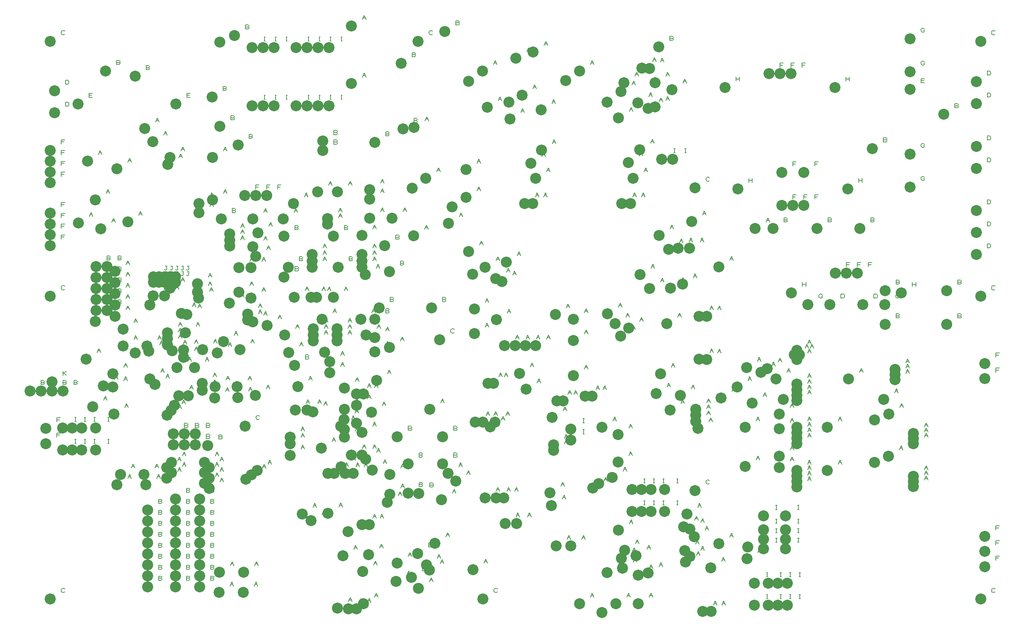
<source format=gbr>
G04 DesignSpark PCB Gerber Version 11.0 Build 5877*
G04 #@! TF.Part,Single*
G04 #@! TF.FileFunction,Drillmap*
G04 #@! TF.FilePolarity,Positive*
%FSLAX35Y35*%
%MOIN*%
%ADD10C,0.00500*%
G04 #@! TA.AperFunction,ViaPad*
%ADD87C,0.10000*%
G04 #@! TD.AperFunction*
X0Y0D02*
D02*
D10*
X30437Y228929D02*
X31063Y228616D01*
X31375Y227991D01*
X31063Y227366D01*
X30437Y227054D01*
X28250D01*
Y230804D01*
X30437D01*
X31063Y230491D01*
X31375Y229866D01*
X31063Y229241D01*
X30437Y228929D01*
X28250D01*
X40437D02*
X41063Y228616D01*
X41375Y227991D01*
X41063Y227366D01*
X40437Y227054D01*
X38250D01*
Y230804D01*
X40437D01*
X41063Y230491D01*
X41375Y229866D01*
X41063Y229241D01*
X40437Y228929D01*
X38250D01*
X42856Y179219D02*
Y182969D01*
X45981D01*
X45356Y181094D02*
X42856D01*
Y192998D02*
Y196748D01*
X45981D01*
X45356Y194874D02*
X42856D01*
X49919Y38309D02*
X49606Y37996D01*
X48981Y37683D01*
X48043D01*
X47419Y37996D01*
X47106Y38309D01*
X46793Y38933D01*
Y40183D01*
X47106Y40809D01*
X47419Y41121D01*
X48043Y41433D01*
X48981D01*
X49606Y41121D01*
X49919Y40809D01*
Y313899D02*
X49606Y313587D01*
X48981Y313274D01*
X48043D01*
X47419Y313587D01*
X47106Y313899D01*
X46793Y314524D01*
Y315774D01*
X47106Y316399D01*
X47419Y316712D01*
X48043Y317024D01*
X48981D01*
X49606Y316712D01*
X49919Y316399D01*
X46793Y359534D02*
Y363284D01*
X49919D01*
X49293Y361409D02*
X46793D01*
Y369376D02*
Y373126D01*
X49919D01*
X49293Y371252D02*
X46793D01*
Y379219D02*
Y382969D01*
X49919D01*
X49293Y381094D02*
X46793D01*
Y389061D02*
Y392811D01*
X49919D01*
X49293Y390937D02*
X46793D01*
Y416620D02*
Y420370D01*
X49919D01*
X49293Y418496D02*
X46793D01*
Y426463D02*
Y430213D01*
X49919D01*
X49293Y428338D02*
X46793D01*
Y436306D02*
Y440056D01*
X49919D01*
X49293Y438181D02*
X46793D01*
Y446148D02*
Y449898D01*
X49919D01*
X49293Y448023D02*
X46793D01*
X49919Y546183D02*
X49606Y545870D01*
X48981Y545557D01*
X48043D01*
X47419Y545870D01*
X47106Y546183D01*
X46793Y546807D01*
Y548057D01*
X47106Y548683D01*
X47419Y548995D01*
X48043Y549307D01*
X48981D01*
X49606Y548995D01*
X49919Y548683D01*
X50437Y228929D02*
X51063Y228616D01*
X51375Y227991D01*
X51063Y227366D01*
X50437Y227054D01*
X48250D01*
Y230804D01*
X50437D01*
X51063Y230491D01*
X51375Y229866D01*
X51063Y229241D01*
X50437Y228929D01*
X48250D01*
Y235557D02*
Y239307D01*
Y237433D02*
X49187D01*
X51375Y239307D01*
X49187Y237433D02*
X51375Y235557D01*
X50730Y480439D02*
Y484189D01*
X52606D01*
X53230Y483877D01*
X53543Y483565D01*
X53856Y482939D01*
Y481689D01*
X53543Y481065D01*
X53230Y480752D01*
X52606Y480439D01*
X50730D01*
Y500439D02*
Y504189D01*
X52606D01*
X53230Y503877D01*
X53543Y503565D01*
X53856Y502939D01*
Y501689D01*
X53543Y501065D01*
X53230Y500752D01*
X52606Y500439D01*
X50730D01*
X59148Y173353D02*
X60398D01*
X59773D02*
Y177103D01*
X59148D02*
X60398D01*
X59148Y193353D02*
X60398D01*
X59773D02*
Y197103D01*
X59148D02*
X60398D01*
X60437Y228929D02*
X61063Y228616D01*
X61375Y227991D01*
X61063Y227366D01*
X60437Y227054D01*
X58250D01*
Y230804D01*
X60437D01*
X61063Y230491D01*
X61375Y229866D01*
X61063Y229241D01*
X60437Y228929D01*
X58250D01*
X67809Y173353D02*
X69059D01*
X68435D02*
Y177103D01*
X67809D02*
X69059D01*
X67809Y193353D02*
X69059D01*
X68435D02*
Y197103D01*
X67809D02*
X69059D01*
X71990Y488471D02*
Y492221D01*
X75115D01*
X74490Y490346D02*
X71990D01*
Y488471D02*
X75115D01*
X72384Y380203D02*
X73946Y383953D01*
X75509Y380203D01*
X73009Y381766D02*
X74884D01*
X76471Y173353D02*
X77721D01*
X77096D02*
Y177103D01*
X76471D02*
X77721D01*
X76471Y193353D02*
X77721D01*
X77096D02*
Y197103D01*
X76471D02*
X77721D01*
X79470Y256187D02*
X81033Y259937D01*
X82596Y256187D01*
X80096Y257750D02*
X81970D01*
X80652Y436502D02*
X82214Y440252D01*
X83777Y436502D01*
X81277Y438065D02*
X83152D01*
X85376Y212880D02*
X86939Y216630D01*
X88501Y212880D01*
X86001Y214443D02*
X87876D01*
X87738Y290439D02*
X89301Y294189D01*
X90863Y290439D01*
X88363Y292002D02*
X90238D01*
X87738Y401069D02*
X89301Y404819D01*
X90863Y401069D01*
X88363Y402632D02*
X90238D01*
X89069Y173353D02*
X90319D01*
X89694D02*
Y177103D01*
X89069D02*
X90319D01*
X89069Y193353D02*
X90319D01*
X89694D02*
Y197103D01*
X89069D02*
X90319D01*
X90437Y302236D02*
X91063Y301923D01*
X91375Y301298D01*
X91063Y300673D01*
X90437Y300361D01*
X88250D01*
Y304111D01*
X90437D01*
X91063Y303798D01*
X91375Y303173D01*
X91063Y302548D01*
X90437Y302236D01*
X88250D01*
X90437Y312236D02*
X91063Y311923D01*
X91375Y311298D01*
X91063Y310673D01*
X90437Y310361D01*
X88250D01*
Y314111D01*
X90437D01*
X91063Y313798D01*
X91375Y313173D01*
X91063Y312548D01*
X90437Y312236D01*
X88250D01*
X90437Y322236D02*
X91063Y321923D01*
X91375Y321298D01*
X91063Y320673D01*
X90437Y320361D01*
X88250D01*
Y324111D01*
X90437D01*
X91063Y323798D01*
X91375Y323173D01*
X91063Y322548D01*
X90437Y322236D01*
X88250D01*
X90437Y332236D02*
X91063Y331923D01*
X91375Y331298D01*
X91063Y330673D01*
X90437Y330361D01*
X88250D01*
Y334111D01*
X90437D01*
X91063Y333798D01*
X91375Y333173D01*
X91063Y332548D01*
X90437Y332236D01*
X88250D01*
X90437Y342236D02*
X91063Y341923D01*
X91375Y341298D01*
X91063Y340673D01*
X90437Y340361D01*
X88250D01*
Y344111D01*
X90437D01*
X91063Y343798D01*
X91375Y343173D01*
X91063Y342548D01*
X90437Y342236D01*
X88250D01*
X92856Y374691D02*
X94419Y378441D01*
X95981Y374691D01*
X93481Y376254D02*
X95356D01*
X95219Y231778D02*
X96781Y235528D01*
X98344Y231778D01*
X95844Y233341D02*
X97719D01*
X99374Y520267D02*
X100000Y519955D01*
X100312Y519330D01*
X100000Y518705D01*
X99374Y518392D01*
X97187D01*
Y522142D01*
X99374D01*
X100000Y521830D01*
X100312Y521205D01*
X100000Y520580D01*
X99374Y520267D01*
X97187D01*
X100437Y302236D02*
X101063Y301923D01*
X101375Y301298D01*
X101063Y300673D01*
X100437Y300361D01*
X98250D01*
Y304111D01*
X100437D01*
X101063Y303798D01*
X101375Y303173D01*
X101063Y302548D01*
X100437Y302236D01*
X98250D01*
X100437Y312236D02*
X101063Y311923D01*
X101375Y311298D01*
X101063Y310673D01*
X100437Y310361D01*
X98250D01*
Y314111D01*
X100437D01*
X101063Y313798D01*
X101375Y313173D01*
X101063Y312548D01*
X100437Y312236D01*
X98250D01*
X100437Y322236D02*
X101063Y321923D01*
X101375Y321298D01*
X101063Y320673D01*
X100437Y320361D01*
X98250D01*
Y324111D01*
X100437D01*
X101063Y323798D01*
X101375Y323173D01*
X101063Y322548D01*
X100437Y322236D01*
X98250D01*
X100437Y332236D02*
X101063Y331923D01*
X101375Y331298D01*
X101063Y330673D01*
X100437Y330361D01*
X98250D01*
Y334111D01*
X100437D01*
X101063Y333798D01*
X101375Y333173D01*
X101063Y332548D01*
X100437Y332236D01*
X98250D01*
X100437Y342236D02*
X101063Y341923D01*
X101375Y341298D01*
X101063Y340673D01*
X100437Y340361D01*
X98250D01*
Y344111D01*
X100437D01*
X101063Y343798D01*
X101375Y343173D01*
X101063Y342548D01*
X100437Y342236D01*
X98250D01*
X103880Y230597D02*
X105443Y234347D01*
X107005Y230597D01*
X104505Y232159D02*
X106380D01*
X103880Y242802D02*
X105443Y246552D01*
X107005Y242802D01*
X104505Y244364D02*
X106380D01*
X104667Y206187D02*
X106230Y209937D01*
X107793Y206187D01*
X105293Y207750D02*
X107167D01*
X105848Y295164D02*
X107411Y298914D01*
X108974Y295164D01*
X106474Y296726D02*
X108348D01*
X105848Y305400D02*
X107411Y309150D01*
X108974Y305400D01*
X106474Y306963D02*
X108348D01*
X105848Y315636D02*
X107411Y319386D01*
X108974Y315636D01*
X106474Y317199D02*
X108348D01*
X105848Y325872D02*
X107411Y329622D01*
X108974Y325872D01*
X106474Y327435D02*
X108348D01*
X105848Y336109D02*
X107411Y339859D01*
X108974Y336109D01*
X106474Y337671D02*
X108348D01*
X107423Y141620D02*
X108986Y145370D01*
X110548Y141620D01*
X108048Y143183D02*
X109923D01*
X107522Y429416D02*
X109084Y433166D01*
X110647Y429416D01*
X108147Y430978D02*
X110022D01*
X110573Y151069D02*
X112135Y154819D01*
X113698Y151069D01*
X111198Y152632D02*
X113073D01*
X112935Y267998D02*
X114498Y271748D01*
X116060Y267998D01*
X113560Y269561D02*
X115435D01*
X112935Y283353D02*
X114498Y287103D01*
X116060Y283353D01*
X113560Y284915D02*
X115435D01*
X117266Y380991D02*
X118828Y384741D01*
X120391Y380991D01*
X117891Y382553D02*
X119766D01*
X123959Y261699D02*
X125521Y265449D01*
X127084Y261699D01*
X124584Y263262D02*
X126459D01*
X126146Y515543D02*
X126771Y515230D01*
X127084Y514606D01*
X126771Y513980D01*
X126146Y513668D01*
X123959D01*
Y517418D01*
X126146D01*
X126771Y517106D01*
X127084Y516480D01*
X126771Y515856D01*
X126146Y515543D01*
X123959D01*
X132226Y151069D02*
X133789Y154819D01*
X135352Y151069D01*
X132852Y152632D02*
X134726D01*
X132620Y466030D02*
X134183Y469780D01*
X135745Y466030D01*
X133245Y467593D02*
X135120D01*
X133801Y141620D02*
X135364Y145370D01*
X136926Y141620D01*
X134426Y143183D02*
X136301D01*
X134589Y267998D02*
X136151Y271748D01*
X137714Y267998D01*
X135214Y269561D02*
X137089D01*
X137563Y50740D02*
X138189Y50427D01*
X138501Y49802D01*
X138189Y49177D01*
X137563Y48865D01*
X135376D01*
Y52615D01*
X137563D01*
X138189Y52302D01*
X138501Y51677D01*
X138189Y51052D01*
X137563Y50740D01*
X135376D01*
X137563Y60740D02*
X138189Y60427D01*
X138501Y59802D01*
X138189Y59177D01*
X137563Y58865D01*
X135376D01*
Y62615D01*
X137563D01*
X138189Y62302D01*
X138501Y61677D01*
X138189Y61052D01*
X137563Y60740D01*
X135376D01*
X137563Y70740D02*
X138189Y70427D01*
X138501Y69802D01*
X138189Y69177D01*
X137563Y68865D01*
X135376D01*
Y72615D01*
X137563D01*
X138189Y72302D01*
X138501Y71677D01*
X138189Y71052D01*
X137563Y70740D01*
X135376D01*
X137563Y80740D02*
X138189Y80427D01*
X138501Y79802D01*
X138189Y79177D01*
X137563Y78865D01*
X135376D01*
Y82615D01*
X137563D01*
X138189Y82302D01*
X138501Y81677D01*
X138189Y81052D01*
X137563Y80740D01*
X135376D01*
X137563Y90740D02*
X138189Y90427D01*
X138501Y89802D01*
X138189Y89177D01*
X137563Y88865D01*
X135376D01*
Y92615D01*
X137563D01*
X138189Y92302D01*
X138501Y91677D01*
X138189Y91052D01*
X137563Y90740D01*
X135376D01*
X137563Y100740D02*
X138189Y100427D01*
X138501Y99802D01*
X138189Y99177D01*
X137563Y98865D01*
X135376D01*
Y102615D01*
X137563D01*
X138189Y102302D01*
X138501Y101677D01*
X138189Y101052D01*
X137563Y100740D01*
X135376D01*
X137563Y110740D02*
X138189Y110427D01*
X138501Y109802D01*
X138189Y109177D01*
X137563Y108865D01*
X135376D01*
Y112615D01*
X137563D01*
X138189Y112302D01*
X138501Y111677D01*
X138189Y111052D01*
X137563Y110740D01*
X135376D01*
X137563Y120740D02*
X138189Y120427D01*
X138501Y119802D01*
X138189Y119177D01*
X137563Y118865D01*
X135376D01*
Y122615D01*
X137563D01*
X138189Y122302D01*
X138501Y121677D01*
X138189Y121052D01*
X137563Y120740D01*
X135376D01*
X136557Y263274D02*
X138120Y267024D01*
X139682Y263274D01*
X137182Y264837D02*
X139057D01*
X137344Y238077D02*
X138907Y241827D01*
X140470Y238077D01*
X137970Y239640D02*
X139844D01*
X137344Y305400D02*
X138907Y309150D01*
X140470Y305400D01*
X137970Y306963D02*
X139844D01*
X140100Y454219D02*
X141663Y457969D01*
X143226Y454219D01*
X140726Y455781D02*
X142600D01*
X140494Y313668D02*
X142057Y317418D01*
X143619Y313668D01*
X141119Y315230D02*
X142994D01*
X140730Y326754D02*
X141043Y326441D01*
X141668Y326128D01*
X142293Y326441D01*
X142606Y326754D01*
Y329878D01*
X143230D01*
X142606D02*
X141356D01*
X140730Y331754D02*
X141043Y331441D01*
X141668Y331128D01*
X142293Y331441D01*
X142606Y331754D01*
Y334878D01*
X143230D01*
X142606D02*
X141356D01*
X142069Y232959D02*
X143631Y236709D01*
X145194Y232959D01*
X142694Y234522D02*
X144569D01*
X145730Y326754D02*
X146043Y326441D01*
X146668Y326128D01*
X147293Y326441D01*
X147606Y326754D01*
Y329878D01*
X148230D01*
X147606D02*
X146356D01*
X145730Y331754D02*
X146043Y331441D01*
X146668Y331128D01*
X147293Y331441D01*
X147606Y331754D01*
Y334878D01*
X148230D01*
X147606D02*
X146356D01*
X150730Y313668D02*
X152293Y317418D01*
X153856Y313668D01*
X151356Y315230D02*
X153230D01*
X150730Y326754D02*
X151043Y326441D01*
X151668Y326128D01*
X152293Y326441D01*
X152606Y326754D01*
Y329878D01*
X153230D01*
X152606D02*
X151356D01*
X150730Y331754D02*
X151043Y331441D01*
X151668Y331128D01*
X152293Y331441D01*
X152606Y331754D01*
Y334878D01*
X153230D01*
X152606D02*
X151356D01*
X152699Y147920D02*
X154261Y151670D01*
X155824Y147920D01*
X153324Y149482D02*
X155199D01*
X152699Y157369D02*
X154261Y161119D01*
X155824Y157369D01*
X153324Y158931D02*
X155199D01*
X153093Y205006D02*
X154655Y208756D01*
X156218Y205006D01*
X153718Y206569D02*
X155593D01*
X153486Y269180D02*
X155049Y272930D01*
X156611Y269180D01*
X154111Y270742D02*
X155986D01*
X153486Y274691D02*
X155049Y278441D01*
X156611Y274691D01*
X154111Y276254D02*
X155986D01*
X153486Y280203D02*
X155049Y283953D01*
X156611Y280203D01*
X154111Y281766D02*
X155986D01*
X153880Y433353D02*
X155443Y437103D01*
X157005Y433353D01*
X154505Y434915D02*
X156380D01*
X155730Y326754D02*
X156043Y326441D01*
X156668Y326128D01*
X157293Y326441D01*
X157606Y326754D01*
Y329878D01*
X158230D01*
X157606D02*
X156356D01*
X155730Y331754D02*
X156043Y331441D01*
X156668Y331128D01*
X157293Y331441D01*
X157606Y331754D01*
Y334878D01*
X158230D01*
X157606D02*
X156356D01*
X155848Y439652D02*
X157411Y443402D01*
X158974Y439652D01*
X156474Y441215D02*
X158348D01*
X155868Y320754D02*
X157431Y324504D01*
X158993Y320754D01*
X156493Y322317D02*
X158368D01*
X156636Y209337D02*
X158198Y213087D01*
X159761Y209337D01*
X157261Y210900D02*
X159136D01*
X157030Y152644D02*
X158592Y156394D01*
X160155Y152644D01*
X157655Y154207D02*
X159530D01*
X157030Y162093D02*
X158592Y165843D01*
X160155Y162093D01*
X157655Y163656D02*
X159530D01*
X157817Y263668D02*
X159380Y267418D01*
X160942Y263668D01*
X158442Y265230D02*
X160317D01*
X161028Y179834D02*
X161653Y179522D01*
X161966Y178897D01*
X161653Y178272D01*
X161028Y177959D01*
X158841D01*
Y181709D01*
X161028D01*
X161653Y181397D01*
X161966Y180772D01*
X161653Y180147D01*
X161028Y179834D01*
X158841D01*
X161028Y189834D02*
X161653Y189522D01*
X161966Y188897D01*
X161653Y188272D01*
X161028Y187959D01*
X158841D01*
Y191709D01*
X161028D01*
X161653Y191397D01*
X161966Y190772D01*
X161653Y190147D01*
X161028Y189834D01*
X158841D01*
X159785Y214061D02*
X161348Y217811D01*
X162911Y214061D01*
X160411Y215624D02*
X162285D01*
X162760Y50740D02*
X163385Y50427D01*
X163698Y49802D01*
X163385Y49177D01*
X162760Y48865D01*
X160573D01*
Y52615D01*
X162760D01*
X163385Y52302D01*
X163698Y51677D01*
X163385Y51052D01*
X162760Y50740D01*
X160573D01*
X162760Y60740D02*
X163385Y60427D01*
X163698Y59802D01*
X163385Y59177D01*
X162760Y58865D01*
X160573D01*
Y62615D01*
X162760D01*
X163385Y62302D01*
X163698Y61677D01*
X163385Y61052D01*
X162760Y60740D01*
X160573D01*
X162760Y70740D02*
X163385Y70427D01*
X163698Y69802D01*
X163385Y69177D01*
X162760Y68865D01*
X160573D01*
Y72615D01*
X162760D01*
X163385Y72302D01*
X163698Y71677D01*
X163385Y71052D01*
X162760Y70740D01*
X160573D01*
X162760Y80740D02*
X163385Y80427D01*
X163698Y79802D01*
X163385Y79177D01*
X162760Y78865D01*
X160573D01*
Y82615D01*
X162760D01*
X163385Y82302D01*
X163698Y81677D01*
X163385Y81052D01*
X162760Y80740D01*
X160573D01*
X162760Y90740D02*
X163385Y90427D01*
X163698Y89802D01*
X163385Y89177D01*
X162760Y88865D01*
X160573D01*
Y92615D01*
X162760D01*
X163385Y92302D01*
X163698Y91677D01*
X163385Y91052D01*
X162760Y90740D01*
X160573D01*
X162760Y100740D02*
X163385Y100427D01*
X163698Y99802D01*
X163385Y99177D01*
X162760Y98865D01*
X160573D01*
Y102615D01*
X162760D01*
X163385Y102302D01*
X163698Y101677D01*
X163385Y101052D01*
X162760Y100740D01*
X160573D01*
X162760Y110740D02*
X163385Y110427D01*
X163698Y109802D01*
X163385Y109177D01*
X162760Y108865D01*
X160573D01*
Y112615D01*
X162760D01*
X163385Y112302D01*
X163698Y111677D01*
X163385Y111052D01*
X162760Y110740D01*
X160573D01*
X162760Y120740D02*
X163385Y120427D01*
X163698Y119802D01*
X163385Y119177D01*
X162760Y118865D01*
X160573D01*
Y122615D01*
X162760D01*
X163385Y122302D01*
X163698Y121677D01*
X163385Y121052D01*
X162760Y120740D01*
X160573D01*
X162760Y130740D02*
X163385Y130427D01*
X163698Y129802D01*
X163385Y129177D01*
X162760Y128865D01*
X160573D01*
Y132615D01*
X162760D01*
X163385Y132302D01*
X163698Y131677D01*
X163385Y131052D01*
X162760Y130740D01*
X160573D01*
X160730Y326754D02*
X161043Y326441D01*
X161668Y326128D01*
X162293Y326441D01*
X162606Y326754D01*
Y329878D01*
X163230D01*
X162606D02*
X161356D01*
X160730Y331754D02*
X161043Y331441D01*
X161668Y331128D01*
X162293Y331441D01*
X162606Y331754D01*
Y334878D01*
X163230D01*
X162606D02*
X161356D01*
X160967Y488471D02*
Y492221D01*
X164092D01*
X163467Y490346D02*
X160967D01*
Y488471D02*
X164092D01*
X162148Y248313D02*
X163710Y252063D01*
X165273Y248313D01*
X162773Y249876D02*
X164648D01*
X163722Y222723D02*
X165285Y226473D01*
X166848Y222723D01*
X164348Y224285D02*
X166222D01*
X166085Y297920D02*
X167647Y301670D01*
X169210Y297920D01*
X166710Y299482D02*
X168585D01*
X168053Y257762D02*
X169616Y261512D01*
X171178Y257762D01*
X168678Y259325D02*
X170553D01*
X168053Y264455D02*
X169616Y268205D01*
X171178Y264455D01*
X168678Y266018D02*
X170553D01*
X171028Y179834D02*
X171653Y179522D01*
X171966Y178897D01*
X171653Y178272D01*
X171028Y177959D01*
X168841D01*
Y181709D01*
X171028D01*
X171653Y181397D01*
X171966Y180772D01*
X171653Y180147D01*
X171028Y179834D01*
X168841D01*
X171028Y189834D02*
X171653Y189522D01*
X171966Y188897D01*
X171653Y188272D01*
X171028Y187959D01*
X168841D01*
Y191709D01*
X171028D01*
X171653Y191397D01*
X171966Y190772D01*
X171653Y190147D01*
X171028Y189834D01*
X168841D01*
X169628Y280203D02*
X171191Y283953D01*
X172753Y280203D01*
X170253Y281766D02*
X172128D01*
X171203Y296739D02*
X172765Y300489D01*
X174328Y296739D01*
X171828Y298301D02*
X173703D01*
X172384Y222723D02*
X173946Y226473D01*
X175509Y222723D01*
X173009Y224285D02*
X174884D01*
X177915Y248313D02*
X179478Y252063D01*
X181041Y248313D01*
X178541Y249876D02*
X180415D01*
X181028Y179834D02*
X181653Y179522D01*
X181966Y178897D01*
X181653Y178272D01*
X181028Y177959D01*
X178841D01*
Y181709D01*
X181028D01*
X181653Y181397D01*
X181966Y180772D01*
X181653Y180147D01*
X181028Y179834D01*
X178841D01*
X181028Y189834D02*
X181653Y189522D01*
X181966Y188897D01*
X181653Y188272D01*
X181028Y187959D01*
X178841D01*
Y191709D01*
X181028D01*
X181653Y191397D01*
X181966Y190772D01*
X181653Y190147D01*
X181028Y189834D01*
X178841D01*
X180652Y317211D02*
X182214Y320961D01*
X183777Y317211D01*
X181277Y318774D02*
X183152D01*
X180652Y324691D02*
X182214Y328441D01*
X183777Y324691D01*
X181277Y326254D02*
X183152D01*
X181833Y311699D02*
X183395Y315449D01*
X184958Y311699D01*
X182458Y313262D02*
X184333D01*
X182226Y389258D02*
X183789Y393008D01*
X185352Y389258D01*
X182852Y390821D02*
X184726D01*
X182226Y397920D02*
X183789Y401670D01*
X185352Y397920D01*
X182852Y399482D02*
X184726D01*
X184807Y50740D02*
X185433Y50427D01*
X185745Y49802D01*
X185433Y49177D01*
X184807Y48865D01*
X182620D01*
Y52615D01*
X184807D01*
X185433Y52302D01*
X185745Y51677D01*
X185433Y51052D01*
X184807Y50740D01*
X182620D01*
X184807Y60740D02*
X185433Y60427D01*
X185745Y59802D01*
X185433Y59177D01*
X184807Y58865D01*
X182620D01*
Y62615D01*
X184807D01*
X185433Y62302D01*
X185745Y61677D01*
X185433Y61052D01*
X184807Y60740D01*
X182620D01*
X184807Y70740D02*
X185433Y70427D01*
X185745Y69802D01*
X185433Y69177D01*
X184807Y68865D01*
X182620D01*
Y72615D01*
X184807D01*
X185433Y72302D01*
X185745Y71677D01*
X185433Y71052D01*
X184807Y70740D01*
X182620D01*
X184807Y80740D02*
X185433Y80427D01*
X185745Y79802D01*
X185433Y79177D01*
X184807Y78865D01*
X182620D01*
Y82615D01*
X184807D01*
X185433Y82302D01*
X185745Y81677D01*
X185433Y81052D01*
X184807Y80740D01*
X182620D01*
X184807Y90740D02*
X185433Y90427D01*
X185745Y89802D01*
X185433Y89177D01*
X184807Y88865D01*
X182620D01*
Y92615D01*
X184807D01*
X185433Y92302D01*
X185745Y91677D01*
X185433Y91052D01*
X184807Y90740D01*
X182620D01*
X184807Y100740D02*
X185433Y100427D01*
X185745Y99802D01*
X185433Y99177D01*
X184807Y98865D01*
X182620D01*
Y102615D01*
X184807D01*
X185433Y102302D01*
X185745Y101677D01*
X185433Y101052D01*
X184807Y100740D01*
X182620D01*
X184807Y110740D02*
X185433Y110427D01*
X185745Y109802D01*
X185433Y109177D01*
X184807Y108865D01*
X182620D01*
Y112615D01*
X184807D01*
X185433Y112302D01*
X185745Y111677D01*
X185433Y111052D01*
X184807Y110740D01*
X182620D01*
X184807Y120740D02*
X185433Y120427D01*
X185745Y119802D01*
X185433Y119177D01*
X184807Y118865D01*
X182620D01*
Y122615D01*
X184807D01*
X185433Y122302D01*
X185745Y121677D01*
X185433Y121052D01*
X184807Y120740D01*
X182620D01*
X184807Y130740D02*
X185433Y130427D01*
X185745Y129802D01*
X185433Y129177D01*
X184807Y128865D01*
X182620D01*
Y132615D01*
X184807D01*
X185433Y132302D01*
X185745Y131677D01*
X185433Y131052D01*
X184807Y130740D01*
X182620D01*
X184982Y227841D02*
X186545Y231591D01*
X188107Y227841D01*
X185607Y229404D02*
X187482D01*
X184982Y234140D02*
X186545Y237890D01*
X188107Y234140D01*
X185607Y235703D02*
X187482D01*
X185376Y264849D02*
X186939Y268599D01*
X188501Y264849D01*
X186001Y266411D02*
X187876D01*
X186951Y143195D02*
X188513Y146945D01*
X190076Y143195D01*
X187576Y144758D02*
X189451D01*
X186951Y152644D02*
X188513Y156394D01*
X190076Y152644D01*
X187576Y154207D02*
X189451D01*
X186951Y162093D02*
X188513Y165843D01*
X190076Y162093D01*
X187576Y163656D02*
X189451D01*
X192288Y179322D02*
X192913Y179010D01*
X193226Y178385D01*
X192913Y177760D01*
X192288Y177447D01*
X190100D01*
Y181197D01*
X192288D01*
X192913Y180885D01*
X193226Y180260D01*
X192913Y179635D01*
X192288Y179322D01*
X190100D01*
X191281Y138471D02*
X192844Y142221D01*
X194407Y138471D01*
X191907Y140033D02*
X193781D01*
X191281Y147920D02*
X192844Y151670D01*
X194407Y147920D01*
X191907Y149482D02*
X193781D01*
X191281Y157369D02*
X192844Y161119D01*
X194407Y157369D01*
X191907Y158931D02*
X193781D01*
X196225Y496645D02*
X196850Y496333D01*
X197163Y495708D01*
X196850Y495083D01*
X196225Y494770D01*
X194037D01*
Y498520D01*
X196225D01*
X196850Y498208D01*
X197163Y497583D01*
X196850Y496958D01*
X196225Y496645D01*
X194037D01*
X194431Y401069D02*
X195994Y404819D01*
X197556Y401069D01*
X195056Y402632D02*
X196931D01*
X194431Y439652D02*
X195994Y443402D01*
X197556Y439652D01*
X195056Y441215D02*
X196931D01*
X196400Y220754D02*
X197962Y224504D01*
X199525Y220754D01*
X197025Y222317D02*
X198900D01*
X196793Y230991D02*
X198356Y234741D01*
X199919Y230991D01*
X197419Y232553D02*
X199293D01*
X198762Y261699D02*
X200324Y265449D01*
X201887Y261699D01*
X199387Y263262D02*
X201262D01*
X200337Y43589D02*
X201899Y47339D01*
X203462Y43589D01*
X200962Y45152D02*
X202837D01*
X200730Y62093D02*
X202293Y65843D01*
X203856Y62093D01*
X201356Y63656D02*
X203230D01*
X203311Y469874D02*
X203937Y469561D01*
X204249Y468936D01*
X203937Y468311D01*
X203311Y467998D01*
X201124D01*
Y471748D01*
X203311D01*
X203937Y471436D01*
X204249Y470811D01*
X203937Y470186D01*
X203311Y469874D01*
X201124D01*
X203311Y546527D02*
X203937Y546215D01*
X204249Y545590D01*
X203937Y544965D01*
X203311Y544652D01*
X201124D01*
Y548402D01*
X203311D01*
X203937Y548090D01*
X204249Y547465D01*
X203937Y546840D01*
X203311Y546527D01*
X201124D01*
X204493Y385504D02*
X205118Y385191D01*
X205430Y384566D01*
X205118Y383941D01*
X204493Y383628D01*
X202305D01*
Y387378D01*
X204493D01*
X205118Y387066D01*
X205430Y386441D01*
X205118Y385816D01*
X204493Y385504D01*
X202305D01*
X204274Y271935D02*
X205836Y275685D01*
X207399Y271935D01*
X204899Y273498D02*
X206774D01*
X209785Y306975D02*
X211348Y310725D01*
X212911Y306975D01*
X210411Y308537D02*
X212285D01*
X210179Y358943D02*
X211742Y362693D01*
X213304Y358943D01*
X210804Y360506D02*
X212679D01*
X210179Y364455D02*
X211742Y368205D01*
X213304Y364455D01*
X210804Y366018D02*
X212679D01*
X210179Y369967D02*
X211742Y373717D01*
X213304Y369967D01*
X210804Y371530D02*
X212679D01*
X216697Y552551D02*
X217322Y552238D01*
X217635Y551613D01*
X217322Y550988D01*
X216697Y550676D01*
X214510D01*
Y554426D01*
X216697D01*
X217322Y554113D01*
X217635Y553488D01*
X217322Y552863D01*
X216697Y552551D01*
X214510D01*
X216872Y230991D02*
X218435Y234741D01*
X219997Y230991D01*
X217497Y232553D02*
X219372D01*
X217266Y221148D02*
X218828Y224898D01*
X220391Y221148D01*
X217891Y222711D02*
X219766D01*
X219847Y452944D02*
X220472Y452632D01*
X220785Y452007D01*
X220472Y451382D01*
X219847Y451069D01*
X217659D01*
Y454819D01*
X219847D01*
X220472Y454507D01*
X220785Y453882D01*
X220472Y453257D01*
X219847Y452944D01*
X217659D01*
X218447Y317211D02*
X220009Y320961D01*
X221572Y317211D01*
X219072Y318774D02*
X220947D01*
X218447Y339258D02*
X220009Y343008D01*
X221572Y339258D01*
X219072Y340821D02*
X220947D01*
X219234Y264849D02*
X220797Y268599D01*
X222359Y264849D01*
X219859Y266411D02*
X221734D01*
X222384Y43589D02*
X223946Y47339D01*
X225509Y43589D01*
X223009Y45152D02*
X224884D01*
X222778Y62093D02*
X224340Y65843D01*
X225903Y62093D01*
X223403Y63656D02*
X225278D01*
X223644Y405006D02*
Y408756D01*
X226769D01*
X226144Y406881D02*
X223644D01*
X227084Y195789D02*
X226771Y195476D01*
X226146Y195164D01*
X225209D01*
X224584Y195476D01*
X224271Y195789D01*
X223959Y196414D01*
Y197664D01*
X224271Y198289D01*
X224584Y198602D01*
X225209Y198914D01*
X226146D01*
X226771Y198602D01*
X227084Y198289D01*
X224746Y146739D02*
X226309Y150489D01*
X227871Y146739D01*
X225371Y148301D02*
X227246D01*
X226321Y291620D02*
X227883Y295370D01*
X229446Y291620D01*
X226946Y293183D02*
X228821D01*
X226321Y297132D02*
X227883Y300882D01*
X229446Y297132D01*
X226946Y298695D02*
X228821D01*
X229470Y311699D02*
X231033Y315449D01*
X232596Y311699D01*
X230096Y313262D02*
X231970D01*
X229470Y339258D02*
X231033Y343008D01*
X232596Y339258D01*
X230096Y340821D02*
X231970D01*
X229864Y150676D02*
X231427Y154426D01*
X232989Y150676D01*
X230489Y152238D02*
X232364D01*
X231235Y486896D02*
X232485D01*
X231860D02*
Y490646D01*
X231235D02*
X232485D01*
X231235Y539652D02*
X232485D01*
X231860D02*
Y543402D01*
X231235D02*
X232485D01*
X231045Y290046D02*
X232608Y293796D01*
X234170Y290046D01*
X231670Y291608D02*
X233545D01*
X231045Y358550D02*
X232608Y362300D01*
X234170Y358550D01*
X231670Y360112D02*
X233545D01*
X231045Y383746D02*
X232608Y387496D01*
X234170Y383746D01*
X231670Y385309D02*
X233545D01*
X233407Y223117D02*
X234970Y226867D01*
X236533Y223117D01*
X234033Y224679D02*
X235907D01*
X233644Y405006D02*
Y408756D01*
X236769D01*
X236144Y406881D02*
X233644D01*
X233801Y349888D02*
X235364Y353638D01*
X236926Y349888D01*
X234426Y351451D02*
X236301D01*
X234982Y154613D02*
X236545Y158363D01*
X238107Y154613D01*
X235607Y156175D02*
X237482D01*
X235770Y371148D02*
X237332Y374898D01*
X238895Y371148D01*
X236395Y372711D02*
X238270D01*
X241235Y486896D02*
X242485D01*
X241860D02*
Y490646D01*
X241235D02*
X242485D01*
X241235Y539652D02*
X242485D01*
X241860D02*
Y543402D01*
X241235D02*
X242485D01*
X243644Y405006D02*
Y408756D01*
X246769D01*
X246144Y406881D02*
X243644D01*
X244037Y286896D02*
X245600Y290646D01*
X247163Y286896D01*
X244663Y288459D02*
X246537D01*
X251235Y486896D02*
X252485D01*
X251860D02*
Y490646D01*
X251235D02*
X252485D01*
X251235Y539652D02*
X252485D01*
X251860D02*
Y543402D01*
X251235D02*
X252485D01*
X258604Y383746D02*
X260167Y387496D01*
X261730Y383746D01*
X259230Y385309D02*
X261104D01*
X261579Y369874D02*
X262204Y369561D01*
X262517Y368936D01*
X262204Y368311D01*
X261579Y367998D01*
X259392D01*
Y371748D01*
X261579D01*
X262204Y371436D01*
X262517Y370811D01*
X262204Y370186D01*
X261579Y369874D01*
X259392D01*
X261697Y332472D02*
X262322Y332159D01*
X262635Y331535D01*
X262322Y330909D01*
X261697Y330597D01*
X259510D01*
Y334347D01*
X261697D01*
X262322Y334035D01*
X262635Y333409D01*
X262322Y332785D01*
X261697Y332472D01*
X259510D01*
X260179Y278235D02*
X261742Y281985D01*
X263304Y278235D01*
X260804Y279797D02*
X262679D01*
X265516Y341527D02*
X266141Y341215D01*
X266454Y340590D01*
X266141Y339965D01*
X265516Y339652D01*
X263329D01*
Y343402D01*
X265516D01*
X266141Y343090D01*
X266454Y342465D01*
X266141Y341840D01*
X265516Y341527D01*
X263329D01*
X263722Y262093D02*
X265285Y265843D01*
X266848Y262093D01*
X264348Y263656D02*
X266222D01*
X264904Y168392D02*
X266466Y172142D01*
X268029Y168392D01*
X265529Y169955D02*
X267404D01*
X264904Y179022D02*
X266466Y182772D01*
X268029Y179022D01*
X265529Y180585D02*
X267404D01*
X264904Y184928D02*
X266466Y188678D01*
X268029Y184928D01*
X265529Y186490D02*
X267404D01*
X268053Y397920D02*
X269616Y401670D01*
X271178Y397920D01*
X268678Y399482D02*
X270553D01*
X268841Y312487D02*
X270403Y316237D01*
X271966Y312487D01*
X269466Y314049D02*
X271341D01*
X271146Y252157D02*
X271771Y251844D01*
X272084Y251220D01*
X271771Y250594D01*
X271146Y250282D01*
X268959D01*
Y254032D01*
X271146D01*
X271771Y253720D01*
X272084Y253094D01*
X271771Y252470D01*
X271146Y252157D01*
X268959D01*
X269628Y209731D02*
X271191Y213481D01*
X272753Y209731D01*
X270253Y211293D02*
X272128D01*
X271235Y486896D02*
X272485D01*
X271860D02*
Y490646D01*
X271235D02*
X272485D01*
X271235Y539652D02*
X272485D01*
X271860D02*
Y543402D01*
X271235D02*
X272485D01*
X271990Y230991D02*
X273553Y234741D01*
X275115Y230991D01*
X272615Y232553D02*
X274490D01*
X275927Y115243D02*
X277490Y118993D01*
X279052Y115243D01*
X276552Y116805D02*
X278427D01*
X280258Y209731D02*
X281820Y213481D01*
X283383Y209731D01*
X280883Y211293D02*
X282758D01*
X281235Y486896D02*
X282485D01*
X281860D02*
Y490646D01*
X281235D02*
X282485D01*
X281235Y539652D02*
X282485D01*
X281860D02*
Y543402D01*
X281235D02*
X282485D01*
X284057Y312487D02*
X285620Y316237D01*
X287182Y312487D01*
X284682Y314049D02*
X286557D01*
X284195Y108943D02*
X285757Y112693D01*
X287320Y108943D01*
X284820Y110506D02*
X286695D01*
X284982Y339652D02*
X286545Y343402D01*
X288107Y339652D01*
X285607Y341215D02*
X287482D01*
X284982Y345557D02*
X286545Y349307D01*
X288107Y345557D01*
X285607Y347120D02*
X287482D01*
X284982Y351463D02*
X286545Y355213D01*
X288107Y351463D01*
X285607Y353026D02*
X287482D01*
X285770Y208156D02*
X287332Y211906D01*
X288895Y208156D01*
X286395Y209719D02*
X288270D01*
X286163Y272723D02*
X287726Y276473D01*
X289289Y272723D01*
X286789Y274285D02*
X288663D01*
X286163Y278235D02*
X287726Y281985D01*
X289289Y278235D01*
X286789Y279797D02*
X288663D01*
X286163Y283746D02*
X287726Y287496D01*
X289289Y283746D01*
X286789Y285309D02*
X288663D01*
X289057Y312487D02*
X290620Y316237D01*
X292182Y312487D01*
X289682Y314049D02*
X291557D01*
X290100Y408550D02*
X291663Y412300D01*
X293226Y408550D01*
X290726Y410112D02*
X292600D01*
X291235Y486896D02*
X292485D01*
X291860D02*
Y490646D01*
X291235D02*
X292485D01*
X291235Y539652D02*
X292485D01*
X291860D02*
Y543402D01*
X291235D02*
X292485D01*
X293250Y175085D02*
X294813Y178835D01*
X296375Y175085D01*
X293875Y176648D02*
X295750D01*
X294037Y292408D02*
X295600Y296158D01*
X297163Y292408D01*
X294663Y293970D02*
X296537D01*
X297012Y447826D02*
X297637Y447514D01*
X297950Y446889D01*
X297637Y446264D01*
X297012Y445951D01*
X294825D01*
Y449701D01*
X297012D01*
X297637Y449389D01*
X297950Y448764D01*
X297637Y448139D01*
X297012Y447826D01*
X294825D01*
X297012Y456488D02*
X297637Y456175D01*
X297950Y455550D01*
X297637Y454925D01*
X297012Y454613D01*
X294825D01*
Y458363D01*
X297012D01*
X297637Y458050D01*
X297950Y457425D01*
X297637Y456800D01*
X297012Y456488D01*
X294825D01*
X296400Y262487D02*
X297962Y266237D01*
X299525Y262487D01*
X297025Y264049D02*
X298900D01*
X299156Y379022D02*
X300718Y382772D01*
X302281Y379022D01*
X299781Y380585D02*
X301656D01*
X299156Y384140D02*
X300718Y387890D01*
X302281Y384140D01*
X299781Y385703D02*
X301656D01*
X299549Y115636D02*
X301112Y119386D01*
X302674Y115636D01*
X300174Y117199D02*
X302049D01*
X299549Y152250D02*
X301112Y156000D01*
X302674Y152250D01*
X300174Y153813D02*
X302049D01*
X301235Y486896D02*
X302485D01*
X301860D02*
Y490646D01*
X301235D02*
X302485D01*
X301235Y539652D02*
X302485D01*
X301860D02*
Y543402D01*
X301235D02*
X302485D01*
X301124Y243589D02*
X302687Y247339D01*
X304249Y243589D01*
X301749Y245152D02*
X303624D01*
X301124Y253589D02*
X302687Y257339D01*
X304249Y253589D01*
X301749Y255152D02*
X303624D01*
X304274Y312487D02*
X305836Y316237D01*
X307399Y312487D01*
X304899Y314049D02*
X306774D01*
X306461Y369874D02*
X307086Y369561D01*
X307399Y368936D01*
X307086Y368311D01*
X306461Y367998D01*
X304274D01*
Y371748D01*
X306461D01*
X307086Y371436D01*
X307399Y370811D01*
X307086Y370186D01*
X306461Y369874D01*
X304274D01*
X304923Y152250D02*
X306486Y156000D01*
X308048Y152250D01*
X305548Y153813D02*
X307423D01*
X307817Y272723D02*
X309380Y276473D01*
X310942Y272723D01*
X308442Y274285D02*
X310317D01*
X307817Y278235D02*
X309380Y281985D01*
X310942Y278235D01*
X308442Y279797D02*
X310317D01*
X307817Y283746D02*
X309380Y287496D01*
X310942Y283746D01*
X308442Y285309D02*
X310317D01*
X308211Y29416D02*
X309773Y33166D01*
X311336Y29416D01*
X308836Y30978D02*
X310711D01*
X308211Y408550D02*
X309773Y412300D01*
X311336Y408550D01*
X308836Y410112D02*
X310711D01*
X310792Y341527D02*
X311417Y341215D01*
X311730Y340590D01*
X311417Y339965D01*
X310792Y339652D01*
X308604D01*
Y343402D01*
X310792D01*
X311417Y343090D01*
X311730Y342465D01*
X311417Y341840D01*
X310792Y341527D01*
X308604D01*
X310967Y195164D02*
X312529Y198914D01*
X314092Y195164D01*
X311592Y196726D02*
X313467D01*
X311360Y158156D02*
X312923Y161906D01*
X314485Y158156D01*
X311985Y159719D02*
X313860D01*
X312935Y77054D02*
X314498Y80804D01*
X316060Y77054D01*
X313560Y78616D02*
X315435D01*
X314116Y201069D02*
X315679Y204819D01*
X317241Y201069D01*
X314741Y202632D02*
X316616D01*
X314510Y184928D02*
X316072Y188678D01*
X317635Y184928D01*
X315135Y186490D02*
X317010D01*
X314510Y192014D02*
X316072Y195764D01*
X317635Y192014D01*
X315135Y193577D02*
X317010D01*
X314510Y210518D02*
X316072Y214268D01*
X317635Y210518D01*
X315135Y212081D02*
X317010D01*
X314510Y229809D02*
X316072Y233559D01*
X317635Y229809D01*
X315135Y231372D02*
X317010D01*
X314904Y152250D02*
X316466Y156000D01*
X318029Y152250D01*
X315529Y153813D02*
X317404D01*
X317659Y99101D02*
X319222Y102851D01*
X320785Y99101D01*
X318285Y100663D02*
X320159D01*
X318053Y28628D02*
X319616Y32378D01*
X321178Y28628D01*
X318678Y30191D02*
X320553D01*
X320809Y168786D02*
X322372Y172536D01*
X323934Y168786D01*
X321434Y170348D02*
X323309D01*
X320809Y506975D02*
X322372Y510725D01*
X323934Y506975D01*
X321434Y508537D02*
X323309D01*
X320809Y559337D02*
X322372Y563087D01*
X323934Y559337D01*
X321434Y560900D02*
X323309D01*
X322384Y152250D02*
X323946Y156000D01*
X325509Y152250D01*
X323009Y153813D02*
X324884D01*
X325337Y28628D02*
X326899Y32378D01*
X328462Y28628D01*
X325962Y30191D02*
X327837D01*
X325533Y197920D02*
X327096Y201670D01*
X328659Y197920D01*
X326159Y199482D02*
X328033D01*
X325533Y214061D02*
X327096Y217811D01*
X328659Y214061D01*
X326159Y215624D02*
X328033D01*
X325533Y224298D02*
X327096Y228048D01*
X328659Y224298D01*
X326159Y225860D02*
X328033D01*
X329470Y292408D02*
X331033Y296158D01*
X332596Y292408D01*
X330096Y293970D02*
X331970D01*
X330258Y105400D02*
X331820Y109150D01*
X333383Y105400D01*
X330883Y106963D02*
X332758D01*
X330258Y168786D02*
X331820Y172536D01*
X333383Y168786D01*
X330883Y170348D02*
X332758D01*
X330258Y189258D02*
X331820Y193008D01*
X333383Y189258D01*
X330883Y190821D02*
X332758D01*
X330258Y339652D02*
X331820Y343402D01*
X333383Y339652D01*
X330883Y341215D02*
X332758D01*
X330258Y345557D02*
X331820Y349307D01*
X333383Y345557D01*
X330883Y347120D02*
X332758D01*
X330258Y351463D02*
X331820Y355213D01*
X333383Y351463D01*
X330883Y353026D02*
X332758D01*
X330258Y368786D02*
X331820Y372536D01*
X333383Y368786D01*
X330883Y370348D02*
X332758D01*
X331045Y62880D02*
X332608Y66630D01*
X334170Y62880D01*
X331670Y64443D02*
X333545D01*
X331833Y33353D02*
X333395Y37103D01*
X334958Y33353D01*
X332458Y34915D02*
X334333D01*
X331833Y224298D02*
X333395Y228048D01*
X334958Y224298D01*
X332458Y225860D02*
X334333D01*
X333407Y332959D02*
X334970Y336709D01*
X336533Y332959D01*
X334033Y334522D02*
X335907D01*
X333801Y165243D02*
X335364Y168993D01*
X336926Y165243D01*
X334426Y166805D02*
X336301D01*
X334195Y278235D02*
X335757Y281985D01*
X337320Y278235D01*
X334820Y279797D02*
X336695D01*
X336557Y78235D02*
X338120Y81985D01*
X339682Y78235D01*
X337182Y79797D02*
X339057D01*
X336951Y105400D02*
X338513Y109150D01*
X340076Y105400D01*
X337576Y106963D02*
X339451D01*
X337344Y384534D02*
X338907Y388284D01*
X340470Y384534D01*
X337970Y386096D02*
X339844D01*
X337344Y401660D02*
X338907Y405410D01*
X340470Y401660D01*
X337970Y403222D02*
X339844D01*
X337344Y410518D02*
X338907Y414268D01*
X340470Y410518D01*
X337970Y412081D02*
X339844D01*
X338919Y207762D02*
X340482Y211512D01*
X342044Y207762D01*
X339544Y209325D02*
X341419D01*
X339707Y155006D02*
X341269Y158756D01*
X342832Y155006D01*
X340332Y156569D02*
X342207D01*
X342069Y262900D02*
X343631Y266650D01*
X345194Y262900D01*
X342694Y264463D02*
X344569D01*
X342069Y275872D02*
X343631Y279622D01*
X345194Y275872D01*
X342694Y277435D02*
X344569D01*
X344256Y294165D02*
X344881Y293852D01*
X345194Y293228D01*
X344881Y292602D01*
X344256Y292290D01*
X342069D01*
Y296040D01*
X344256D01*
X344881Y295728D01*
X345194Y295102D01*
X344881Y294478D01*
X344256Y294165D01*
X342069D01*
X344256Y455307D02*
X344881Y454994D01*
X345194Y454369D01*
X344881Y453744D01*
X344256Y453431D01*
X342069D01*
Y457181D01*
X344256D01*
X344881Y456869D01*
X345194Y456244D01*
X344881Y455619D01*
X344256Y455307D01*
X342069D01*
X343644Y236896D02*
X345206Y240646D01*
X346769Y236896D01*
X344269Y238459D02*
X346144D01*
X348193Y304519D02*
X348819Y304207D01*
X349131Y303582D01*
X348819Y302957D01*
X348193Y302644D01*
X346006D01*
Y306394D01*
X348193D01*
X348819Y306082D01*
X349131Y305457D01*
X348819Y304832D01*
X348193Y304519D01*
X346006D01*
X353311Y361212D02*
X353937Y360900D01*
X354249Y360275D01*
X353937Y359650D01*
X353311Y359337D01*
X351124D01*
Y363087D01*
X353311D01*
X353937Y362775D01*
X354249Y362150D01*
X353937Y361525D01*
X353311Y361212D01*
X351124D01*
X353486Y125872D02*
X355049Y129622D01*
X356611Y125872D01*
X354111Y127435D02*
X355986D01*
X357524Y337590D02*
X358149Y337278D01*
X358462Y336653D01*
X358149Y336028D01*
X357524Y335715D01*
X355337D01*
Y339465D01*
X357524D01*
X358149Y339153D01*
X358462Y338528D01*
X358149Y337903D01*
X357524Y337590D01*
X355337D01*
X355455Y266837D02*
X357017Y270587D01*
X358580Y266837D01*
X356080Y268400D02*
X357955D01*
X355848Y132959D02*
X357411Y136709D01*
X358974Y132959D01*
X356474Y134522D02*
X358348D01*
X355848Y151069D02*
X357411Y154819D01*
X358974Y151069D01*
X356474Y152632D02*
X358348D01*
X357817Y384534D02*
X359380Y388284D01*
X360942Y384534D01*
X358442Y386096D02*
X360317D01*
X361360Y53825D02*
X362923Y57575D01*
X364485Y53825D01*
X361985Y55388D02*
X363860D01*
X362541Y70361D02*
X364104Y74111D01*
X365667Y70361D01*
X363167Y71923D02*
X365041D01*
X364729Y187196D02*
X365354Y186884D01*
X365667Y186259D01*
X365354Y185634D01*
X364729Y185321D01*
X362541D01*
Y189071D01*
X364729D01*
X365354Y188759D01*
X365667Y188134D01*
X365354Y187509D01*
X364729Y187196D01*
X362541D01*
X368272Y527354D02*
X368897Y527041D01*
X369210Y526417D01*
X368897Y525791D01*
X368272Y525479D01*
X366085D01*
Y529229D01*
X368272D01*
X368897Y528917D01*
X369210Y528291D01*
X368897Y527667D01*
X368272Y527354D01*
X366085D01*
X369847Y467511D02*
X370472Y467199D01*
X370785Y466574D01*
X370472Y465949D01*
X369847Y465636D01*
X367659D01*
Y469386D01*
X369847D01*
X370472Y469074D01*
X370785Y468449D01*
X370472Y467824D01*
X369847Y467511D01*
X367659D01*
X374571Y136015D02*
X375196Y135703D01*
X375509Y135078D01*
X375196Y134453D01*
X374571Y134140D01*
X372384D01*
Y137890D01*
X374571D01*
X375196Y137578D01*
X375509Y136953D01*
X375196Y136328D01*
X374571Y136015D01*
X372384D01*
X374571Y162787D02*
X375196Y162474D01*
X375509Y161850D01*
X375196Y161224D01*
X374571Y160912D01*
X372384D01*
Y164662D01*
X374571D01*
X375196Y164350D01*
X375509Y163724D01*
X375196Y163100D01*
X374571Y162787D01*
X372384D01*
X377721Y59244D02*
X378346Y58931D01*
X378659Y58306D01*
X378346Y57681D01*
X377721Y57369D01*
X375533D01*
Y61119D01*
X377721D01*
X378346Y60806D01*
X378659Y60181D01*
X378346Y59556D01*
X377721Y59244D01*
X375533D01*
X375927Y411699D02*
X377490Y415449D01*
X379052Y411699D01*
X376552Y413262D02*
X378427D01*
X377502Y368392D02*
X379065Y372142D01*
X380627Y368392D01*
X378127Y369955D02*
X380002D01*
X377896Y467211D02*
X379458Y470961D01*
X381021Y467211D01*
X378521Y468774D02*
X380396D01*
X383233Y80897D02*
X383858Y80585D01*
X384170Y79960D01*
X383858Y79335D01*
X383233Y79022D01*
X381045D01*
Y82772D01*
X383233D01*
X383858Y82460D01*
X384170Y81835D01*
X383858Y81210D01*
X383233Y80897D01*
X381045D01*
X384564Y546183D02*
X384252Y545870D01*
X383626Y545557D01*
X382689D01*
X382064Y545870D01*
X381752Y546183D01*
X381439Y546807D01*
Y548057D01*
X381752Y548683D01*
X382064Y548995D01*
X382689Y549307D01*
X383626D01*
X384252Y548995D01*
X384564Y548683D01*
X381833Y47526D02*
X383395Y51276D01*
X384958Y47526D01*
X382458Y49089D02*
X384333D01*
X384414Y135622D02*
X385039Y135309D01*
X385352Y134684D01*
X385039Y134059D01*
X384414Y133746D01*
X382226D01*
Y137496D01*
X384414D01*
X385039Y137184D01*
X385352Y136559D01*
X385039Y135934D01*
X384414Y135622D01*
X382226D01*
X388526Y420754D02*
X390088Y424504D01*
X391651Y420754D01*
X389151Y422317D02*
X391026D01*
X388919Y68786D02*
X390482Y72536D01*
X392044Y68786D01*
X389544Y70348D02*
X391419D01*
X391675Y64061D02*
X393238Y67811D01*
X394800Y64061D01*
X392300Y65624D02*
X394175D01*
X392069Y210518D02*
X393631Y214268D01*
X395194Y210518D01*
X392694Y212081D02*
X394569D01*
X395831Y304519D02*
X396456Y304207D01*
X396769Y303582D01*
X396456Y302957D01*
X395831Y302644D01*
X393644D01*
Y306394D01*
X395831D01*
X396456Y306082D01*
X396769Y305457D01*
X396456Y304832D01*
X395831Y304519D01*
X393644D01*
X396793Y88471D02*
X398356Y92221D01*
X399919Y88471D01*
X397419Y90033D02*
X399293D01*
X404249Y274529D02*
X403937Y274217D01*
X403311Y273904D01*
X402374D01*
X401749Y274217D01*
X401437Y274529D01*
X401124Y275154D01*
Y276404D01*
X401437Y277029D01*
X401749Y277342D01*
X402374Y277654D01*
X403311D01*
X403937Y277342D01*
X404249Y277029D01*
X402699Y128235D02*
X404261Y131985D01*
X405824Y128235D01*
X403324Y129797D02*
X405199D01*
X406067Y162787D02*
X406693Y162474D01*
X407005Y161850D01*
X406693Y161224D01*
X406067Y160912D01*
X403880D01*
Y164662D01*
X406067D01*
X406693Y164350D01*
X407005Y163724D01*
X406693Y163100D01*
X406067Y162787D01*
X403880D01*
X406067Y187196D02*
X406693Y186884D01*
X407005Y186259D01*
X406693Y185634D01*
X406067Y185321D01*
X403880D01*
Y189071D01*
X406067D01*
X406693Y188759D01*
X407005Y188134D01*
X406693Y187509D01*
X406067Y187196D01*
X403880D01*
X408036Y556370D02*
X408661Y556057D01*
X408974Y555432D01*
X408661Y554807D01*
X408036Y554494D01*
X405848D01*
Y558244D01*
X408036D01*
X408661Y557932D01*
X408974Y557307D01*
X408661Y556682D01*
X408036Y556370D01*
X405848D01*
X408604Y152250D02*
X410167Y156000D01*
X411730Y152250D01*
X409230Y153813D02*
X411104D01*
X408998Y379809D02*
X410561Y383559D01*
X412123Y379809D01*
X409623Y381372D02*
X411498D01*
X412541Y394770D02*
X414104Y398520D01*
X415667Y394770D01*
X413167Y396333D02*
X415041D01*
X415691Y145164D02*
X417254Y148914D01*
X418816Y145164D01*
X416316Y146726D02*
X418191D01*
X425140Y403431D02*
X426702Y407181D01*
X428265Y403431D01*
X425765Y404994D02*
X427640D01*
X425140Y428628D02*
X426702Y432378D01*
X428265Y428628D01*
X425765Y430191D02*
X427640D01*
X427502Y354219D02*
X429065Y357969D01*
X430627Y354219D01*
X428127Y355781D02*
X430002D01*
X427502Y508943D02*
X429065Y512693D01*
X430627Y508943D01*
X428127Y510506D02*
X430002D01*
X431045Y333353D02*
X432608Y337103D01*
X434170Y333353D01*
X431670Y334915D02*
X433545D01*
X431439Y64455D02*
X433002Y68205D01*
X434564Y64455D01*
X432064Y66018D02*
X433939D01*
X432620Y279416D02*
X434183Y283166D01*
X435745Y279416D01*
X433245Y280978D02*
X435120D01*
X432620Y301857D02*
X434183Y305607D01*
X435745Y301857D01*
X433245Y303419D02*
X435120D01*
X433407Y198707D02*
X434970Y202457D01*
X436533Y198707D01*
X434033Y200270D02*
X435907D01*
X440100Y518392D02*
X441663Y522142D01*
X443226Y518392D01*
X440726Y519955D02*
X442600D01*
X443619Y38309D02*
X443307Y37996D01*
X442681Y37683D01*
X441744D01*
X441119Y37996D01*
X440807Y38309D01*
X440494Y38933D01*
Y40183D01*
X440807Y40809D01*
X441119Y41121D01*
X441744Y41433D01*
X442681D01*
X443307Y41121D01*
X443619Y40809D01*
X440494Y198707D02*
X442057Y202457D01*
X443619Y198707D01*
X441119Y200270D02*
X442994D01*
X442463Y129809D02*
X444025Y133559D01*
X445588Y129809D01*
X443088Y131372D02*
X444963D01*
X442463Y339652D02*
X444025Y343402D01*
X445588Y339652D01*
X443088Y341215D02*
X444963D01*
X444411Y485321D02*
X445974Y489071D01*
X447537Y485321D01*
X445037Y486884D02*
X446911D01*
X444963Y234140D02*
X446525Y237890D01*
X448088Y234140D01*
X445588Y235703D02*
X447463D01*
X447187Y194376D02*
X448750Y198126D01*
X450312Y194376D01*
X447812Y195939D02*
X449687D01*
X449963Y234140D02*
X451525Y237890D01*
X453088Y234140D01*
X450588Y235703D02*
X452463D01*
X451518Y198707D02*
X453080Y202457D01*
X454643Y198707D01*
X452143Y200270D02*
X454018D01*
X451911Y329416D02*
X453474Y333166D01*
X455037Y329416D01*
X452537Y330978D02*
X454411D01*
X452305Y129809D02*
X453868Y133559D01*
X455430Y129809D01*
X452930Y131372D02*
X454805D01*
X452640Y292014D02*
X454202Y295764D01*
X455765Y292014D01*
X453265Y293577D02*
X455140D01*
X457640Y326660D02*
X459202Y330410D01*
X460765Y326660D01*
X458265Y328222D02*
X460140D01*
X459392Y129809D02*
X460954Y133559D01*
X462517Y129809D01*
X460017Y131372D02*
X461892D01*
X460179Y268392D02*
X461742Y272142D01*
X463304Y268392D01*
X460804Y269955D02*
X462679D01*
X460573Y106581D02*
X462135Y110331D01*
X463698Y106581D01*
X461198Y108144D02*
X463073D01*
X461754Y344376D02*
X463317Y348126D01*
X464879Y344376D01*
X462379Y345939D02*
X464254D01*
X464116Y490046D02*
X465679Y493796D01*
X467241Y490046D01*
X464741Y491608D02*
X466616D01*
X464904Y474691D02*
X466466Y478441D01*
X468029Y474691D01*
X465529Y476254D02*
X467404D01*
X469628Y268392D02*
X471191Y272142D01*
X472753Y268392D01*
X470253Y269955D02*
X472128D01*
X470415Y530203D02*
X471978Y533953D01*
X473541Y530203D01*
X471041Y531766D02*
X472915D01*
X471203Y106581D02*
X472765Y110331D01*
X474328Y106581D01*
X471828Y108144D02*
X473703D01*
X473565Y243195D02*
X475128Y246945D01*
X476690Y243195D01*
X474190Y244758D02*
X476065D01*
X475927Y496345D02*
X477490Y500095D01*
X479052Y496345D01*
X476552Y497907D02*
X478427D01*
X478289Y397920D02*
X479852Y401670D01*
X481415Y397920D01*
X478915Y399482D02*
X480789D01*
X479077Y268392D02*
X480639Y272142D01*
X482202Y268392D01*
X479702Y269955D02*
X481577D01*
X479864Y228628D02*
X481427Y232378D01*
X482989Y228628D01*
X480489Y230191D02*
X482364D01*
X484195Y434534D02*
X485757Y438284D01*
X487320Y434534D01*
X484820Y436096D02*
X486695D01*
X485770Y397920D02*
X487332Y401670D01*
X488895Y397920D01*
X486395Y399482D02*
X488270D01*
X486163Y535715D02*
X487726Y539465D01*
X489289Y535715D01*
X486789Y537278D02*
X488663D01*
X488427Y420754D02*
X489990Y424504D01*
X491552Y420754D01*
X489052Y422317D02*
X490927D01*
X488526Y268392D02*
X490088Y272142D01*
X491651Y268392D01*
X489151Y269955D02*
X491026D01*
X493250Y482959D02*
X494813Y486709D01*
X496375Y482959D01*
X493875Y484522D02*
X495750D01*
X493644Y446345D02*
X495206Y450095D01*
X496769Y446345D01*
X494269Y447907D02*
X496144D01*
X501518Y134534D02*
X503080Y138284D01*
X504643Y134534D01*
X502143Y136096D02*
X504018D01*
X502699Y122723D02*
X504261Y126473D01*
X505824Y122723D01*
X503324Y124285D02*
X505199D01*
X503486Y203038D02*
X505049Y206788D01*
X506611Y203038D01*
X504111Y204600D02*
X505986D01*
X504667Y173117D02*
X506230Y176867D01*
X507793Y173117D01*
X505293Y174679D02*
X507167D01*
X504667Y178235D02*
X506230Y181985D01*
X507793Y178235D01*
X505293Y179797D02*
X507167D01*
X506242Y296739D02*
X507805Y300489D01*
X509367Y296739D01*
X506867Y298301D02*
X508742D01*
X507030Y86109D02*
X508592Y89859D01*
X510155Y86109D01*
X507655Y87671D02*
X509530D01*
X507817Y217998D02*
X509380Y221748D01*
X510942Y217998D01*
X508442Y219561D02*
X510317D01*
X513329Y217998D02*
X514891Y221748D01*
X516454Y217998D01*
X513954Y219561D02*
X515829D01*
X515691Y509731D02*
X517254Y513481D01*
X518816Y509731D01*
X516316Y511293D02*
X518191D01*
X520415Y86109D02*
X521978Y89859D01*
X523541Y86109D01*
X521041Y87671D02*
X522915D01*
X521353Y182291D02*
X522603D01*
X521978D02*
Y186041D01*
X521353D02*
X522603D01*
X521353Y192291D02*
X522603D01*
X521978D02*
Y196041D01*
X521353D02*
X522603D01*
X522778Y241227D02*
X524340Y244977D01*
X525903Y241227D01*
X523403Y242789D02*
X525278D01*
X522778Y273117D02*
X524340Y276867D01*
X525903Y273117D01*
X523403Y274679D02*
X525278D01*
X522778Y292408D02*
X524340Y296158D01*
X525903Y292408D01*
X523403Y293970D02*
X525278D01*
X528289Y33353D02*
X529852Y37103D01*
X531415Y33353D01*
X528915Y34915D02*
X530789D01*
X528289Y518392D02*
X529852Y522142D01*
X531415Y518392D01*
X528915Y519955D02*
X530789D01*
X533407Y222329D02*
X534970Y226079D01*
X536533Y222329D01*
X534033Y223892D02*
X535907D01*
X539707Y222329D02*
X541269Y226079D01*
X542832Y222329D01*
X540332Y223892D02*
X542207D01*
X540494Y138865D02*
X542057Y142615D01*
X543619Y138865D01*
X541119Y140427D02*
X542994D01*
X545612Y142802D02*
X547175Y146552D01*
X548737Y142802D01*
X546237Y144364D02*
X548112D01*
X548762Y25479D02*
X550324Y29229D01*
X551887Y25479D01*
X549387Y27041D02*
X551262D01*
X548762Y193983D02*
X550324Y197733D01*
X551887Y193983D01*
X549387Y195545D02*
X551262D01*
X553486Y61699D02*
X555049Y65449D01*
X556611Y61699D01*
X554111Y63262D02*
X555986D01*
X553486Y490046D02*
X555049Y493796D01*
X556611Y490046D01*
X554111Y491608D02*
X555986D01*
X553880Y297526D02*
X555443Y301276D01*
X557005Y297526D01*
X554505Y299089D02*
X556380D01*
X558191Y148313D02*
X559754Y152063D01*
X561316Y148313D01*
X558816Y149876D02*
X560691D01*
X560573Y288471D02*
X562135Y292221D01*
X563698Y288471D01*
X561198Y290033D02*
X563073D01*
X561360Y33353D02*
X562923Y37103D01*
X564485Y33353D01*
X561985Y34915D02*
X563860D01*
X563329Y162487D02*
X564891Y166237D01*
X566454Y162487D01*
X563954Y164049D02*
X565829D01*
X563329Y187526D02*
X564891Y191276D01*
X566454Y187526D01*
X563954Y189089D02*
X565829D01*
X563722Y100282D02*
X565285Y104032D01*
X566848Y100282D01*
X564348Y101844D02*
X566222D01*
X563722Y475872D02*
X565285Y479622D01*
X566848Y475872D01*
X564348Y477435D02*
X566222D01*
X565829Y277054D02*
X567391Y280804D01*
X568954Y277054D01*
X566454Y278616D02*
X568329D01*
X566085Y499888D02*
X567647Y503638D01*
X569210Y499888D01*
X566710Y501451D02*
X568585D01*
X566478Y74691D02*
X568041Y78441D01*
X569604Y74691D01*
X567104Y76254D02*
X568978D01*
X566872Y397920D02*
X568435Y401670D01*
X569997Y397920D01*
X567497Y399482D02*
X569372D01*
X567266Y65636D02*
X568828Y69386D01*
X570391Y65636D01*
X567891Y67199D02*
X569766D01*
X568841Y507762D02*
X570403Y511512D01*
X571966Y507762D01*
X569466Y509325D02*
X571341D01*
X569234Y82172D02*
X570797Y85922D01*
X572359Y82172D01*
X569859Y83734D02*
X571734D01*
X572581Y435124D02*
X574143Y438874D01*
X575706Y435124D01*
X573206Y436687D02*
X575081D01*
X573171Y284534D02*
X574734Y288284D01*
X576296Y284534D01*
X573796Y286096D02*
X575671D01*
X574746Y397920D02*
X576309Y401670D01*
X577871Y397920D01*
X575371Y399482D02*
X577246D01*
X576865Y117447D02*
X578115D01*
X577490D02*
Y121197D01*
X576865D02*
X578115D01*
X576865Y137447D02*
X578115D01*
X577490D02*
Y141197D01*
X576865D02*
X578115D01*
X577010Y420754D02*
X578572Y424504D01*
X580135Y420754D01*
X577635Y422317D02*
X579510D01*
X579864Y77054D02*
X581427Y80804D01*
X582989Y77054D01*
X580489Y78616D02*
X582364D01*
X581439Y489258D02*
X583002Y493008D01*
X584564Y489258D01*
X582064Y490821D02*
X583939D01*
X581833Y33353D02*
X583395Y37103D01*
X584958Y33353D01*
X582458Y34915D02*
X584333D01*
X581833Y59337D02*
X583395Y63087D01*
X584958Y59337D01*
X582458Y60900D02*
X584333D01*
X583014Y446739D02*
X584576Y450489D01*
X586139Y446739D01*
X583639Y448301D02*
X585514D01*
X583407Y332959D02*
X584970Y336709D01*
X586533Y332959D01*
X584033Y334522D02*
X585907D01*
X585526Y117447D02*
X586776D01*
X586151D02*
Y121197D01*
X585526D02*
X586776D01*
X585526Y137447D02*
X586776D01*
X586151D02*
Y141197D01*
X585526D02*
X586776D01*
X584982Y521148D02*
X586545Y524898D01*
X588107Y521148D01*
X585607Y522711D02*
X587482D01*
X590888Y61306D02*
X592450Y65056D01*
X594013Y61306D01*
X591513Y62868D02*
X593388D01*
X590888Y484534D02*
X592450Y488284D01*
X594013Y484534D01*
X591513Y486096D02*
X593388D01*
X591931Y520754D02*
X593494Y524504D01*
X595056Y520754D01*
X592556Y522317D02*
X594431D01*
X592069Y320361D02*
X593631Y324111D01*
X595194Y320361D01*
X592694Y321923D02*
X594569D01*
X594187Y117447D02*
X595437D01*
X594813D02*
Y121197D01*
X594187D02*
X595437D01*
X594187Y137447D02*
X595437D01*
X594813D02*
Y141197D01*
X594187D02*
X595437D01*
X596931Y485715D02*
X598494Y489465D01*
X600056Y485715D01*
X597556Y487278D02*
X599431D01*
X596931Y507762D02*
X598494Y511512D01*
X600056Y507762D01*
X597556Y509325D02*
X599431D01*
X597974Y224691D02*
X599537Y228441D01*
X601100Y224691D01*
X598600Y226254D02*
X600474D01*
X602642Y542315D02*
X603267Y542002D01*
X603580Y541377D01*
X603267Y540752D01*
X602642Y540439D01*
X600455D01*
Y544189D01*
X602642D01*
X603267Y543877D01*
X603580Y543252D01*
X603267Y542627D01*
X602642Y542315D01*
X600455D01*
X600730Y368786D02*
X602293Y372536D01*
X603856Y368786D01*
X601356Y370348D02*
X603230D01*
X601911Y242802D02*
X603474Y246552D01*
X605037Y242802D01*
X602537Y244364D02*
X604411D01*
X604146Y438077D02*
X605396D01*
X604772D02*
Y441827D01*
X604146D02*
X605396D01*
X606786Y117447D02*
X608036D01*
X607411D02*
Y121197D01*
X606786D02*
X608036D01*
X606786Y137447D02*
X608036D01*
X607411D02*
Y141197D01*
X606786D02*
X608036D01*
X607817Y288471D02*
X609380Y292221D01*
X610942Y288471D01*
X608442Y290033D02*
X610317D01*
X609392Y356187D02*
X610954Y359937D01*
X612517Y356187D01*
X610017Y357750D02*
X611892D01*
X610573Y209731D02*
X612135Y213481D01*
X613698Y209731D01*
X611198Y211293D02*
X613073D01*
X610967Y320754D02*
X612529Y324504D01*
X614092Y320754D01*
X611592Y322317D02*
X613467D01*
X612541Y501463D02*
X614104Y505213D01*
X615667Y501463D01*
X613167Y503026D02*
X615041D01*
X614146Y438077D02*
X615396D01*
X614772D02*
Y441827D01*
X614146D02*
X615396D01*
X618053Y356975D02*
X619616Y360725D01*
X621178Y356975D01*
X618678Y358537D02*
X620553D01*
X620022Y223117D02*
X621584Y226867D01*
X623147Y223117D01*
X620647Y224679D02*
X622522D01*
X621990Y324298D02*
X623553Y328048D01*
X625115Y324298D01*
X622615Y325860D02*
X624490D01*
X623171Y103431D02*
X624734Y107181D01*
X626296Y103431D01*
X623796Y104994D02*
X625671D01*
X623959Y81778D02*
X625521Y85528D01*
X627084Y81778D01*
X624584Y83341D02*
X626459D01*
X624746Y71542D02*
X626309Y75292D01*
X627871Y71542D01*
X625371Y73104D02*
X627246D01*
X625927Y115243D02*
X627490Y118993D01*
X629052Y115243D01*
X626552Y116805D02*
X628427D01*
X628289Y356975D02*
X629852Y360725D01*
X631415Y356975D01*
X628915Y358537D02*
X630789D01*
X628683Y76266D02*
X630246Y80016D01*
X631808Y76266D01*
X629308Y77829D02*
X631183D01*
X628683Y101463D02*
X630246Y105213D01*
X631808Y101463D01*
X629308Y103026D02*
X631183D01*
X630258Y381384D02*
X631820Y385134D01*
X633383Y381384D01*
X630883Y382947D02*
X632758D01*
X632620Y94376D02*
X634183Y98126D01*
X635745Y94376D01*
X633245Y95939D02*
X635120D01*
X636533Y137128D02*
X636220Y136815D01*
X635595Y136502D01*
X634657D01*
X634033Y136815D01*
X633720Y137128D01*
X633407Y137752D01*
Y139002D01*
X633720Y139628D01*
X634033Y139940D01*
X634657Y140252D01*
X635595D01*
X636220Y139940D01*
X636533Y139628D01*
Y412718D02*
X636220Y412406D01*
X635595Y412093D01*
X634657D01*
X634033Y412406D01*
X633720Y412718D01*
X633407Y413343D01*
Y414593D01*
X633720Y415218D01*
X634033Y415531D01*
X634657Y415843D01*
X635595D01*
X636220Y415531D01*
X636533Y415218D01*
X634195Y199494D02*
X635757Y203244D01*
X637320Y199494D01*
X634820Y201057D02*
X636695D01*
X634195Y205006D02*
X635757Y208756D01*
X637320Y205006D01*
X634820Y206569D02*
X636695D01*
X634195Y210518D02*
X635757Y214268D01*
X637320Y210518D01*
X634820Y212081D02*
X636695D01*
X636163Y193195D02*
X637726Y196945D01*
X639289Y193195D01*
X636789Y194758D02*
X638663D01*
X636951Y256187D02*
X638513Y259937D01*
X640076Y256187D01*
X637576Y257750D02*
X639451D01*
X636951Y295164D02*
X638513Y298914D01*
X640076Y295164D01*
X637576Y296726D02*
X639451D01*
X640297Y26266D02*
X641860Y30016D01*
X643422Y26266D01*
X640922Y27829D02*
X642797D01*
X644037Y255794D02*
X645600Y259544D01*
X647163Y255794D01*
X644663Y257356D02*
X646537D01*
X644037Y295164D02*
X645600Y298914D01*
X647163Y295164D01*
X644663Y296726D02*
X646537D01*
X647581Y66030D02*
X649143Y69780D01*
X650706Y66030D01*
X648206Y67593D02*
X650081D01*
X647974Y26266D02*
X649537Y30016D01*
X651100Y26266D01*
X648600Y27829D02*
X650474D01*
X655061Y88077D02*
X656624Y91827D01*
X658186Y88077D01*
X655686Y89640D02*
X657561D01*
X655061Y340046D02*
X656624Y343796D01*
X658186Y340046D01*
X655686Y341608D02*
X657561D01*
X657030Y220754D02*
X658592Y224504D01*
X660155Y220754D01*
X657655Y222317D02*
X659530D01*
X660573Y503431D02*
Y507181D01*
Y505307D02*
X663698D01*
Y503431D02*
Y507181D01*
X671596Y230597D02*
X673159Y234347D01*
X674722Y230597D01*
X672222Y232159D02*
X674096D01*
X672384Y411068D02*
Y414818D01*
Y412943D02*
X675509D01*
Y411068D02*
Y414818D01*
X679077Y158550D02*
X680639Y162300D01*
X682202Y158550D01*
X679702Y160112D02*
X681577D01*
X679077Y193983D02*
X680639Y197733D01*
X682202Y193983D01*
X679702Y195545D02*
X681577D01*
X680258Y248313D02*
X681820Y252063D01*
X683383Y248313D01*
X680883Y249876D02*
X682758D01*
X680652Y74298D02*
X682214Y78048D01*
X683777Y74298D01*
X681277Y75860D02*
X683152D01*
X681439Y84928D02*
X683002Y88678D01*
X684564Y84928D01*
X682064Y86490D02*
X683939D01*
X685376Y216030D02*
X686939Y219780D01*
X688501Y216030D01*
X686001Y217593D02*
X687876D01*
X688282Y32014D02*
X689532D01*
X688907D02*
Y35764D01*
X688282D02*
X689532D01*
X688282Y52014D02*
X689532D01*
X688907D02*
Y55764D01*
X688282D02*
X689532D01*
X688132Y375085D02*
X689694Y378835D01*
X691257Y375085D01*
X688757Y376648D02*
X690632D01*
X693250Y243983D02*
X694813Y247733D01*
X696375Y243983D01*
X693875Y245545D02*
X695750D01*
X696786Y83353D02*
X698036D01*
X697411D02*
Y87103D01*
X696786D02*
X698036D01*
X696786Y92014D02*
X698036D01*
X697411D02*
Y95764D01*
X696786D02*
X698036D01*
X696786Y100676D02*
X698036D01*
X697411D02*
Y104426D01*
X696786D02*
X698036D01*
X696786Y113274D02*
X698036D01*
X697411D02*
Y117024D01*
X696786D02*
X698036D01*
X699156Y247526D02*
X700718Y251276D01*
X702281Y247526D01*
X699781Y249089D02*
X701656D01*
X700880Y32014D02*
X702130D01*
X701506D02*
Y35764D01*
X700880D02*
X702130D01*
X700880Y52014D02*
X702130D01*
X701506D02*
Y55764D01*
X700880D02*
X702130D01*
X700573Y515931D02*
Y519681D01*
X703698D01*
X703073Y517807D02*
X700573D01*
X706461Y376960D02*
X707086Y376648D01*
X707399Y376023D01*
X707086Y375398D01*
X706461Y375085D01*
X704274D01*
Y378835D01*
X706461D01*
X707086Y378523D01*
X707399Y377898D01*
X707086Y377273D01*
X706461Y376960D01*
X704274D01*
X707030Y238077D02*
X708592Y241827D01*
X710155Y238077D01*
X707655Y239640D02*
X709530D01*
X709542Y32014D02*
X710792D01*
X710167D02*
Y35764D01*
X709542D02*
X710792D01*
X709542Y52014D02*
X710792D01*
X710167D02*
Y55764D01*
X709542D02*
X710792D01*
X710179Y157369D02*
X711742Y161119D01*
X713304Y157369D01*
X710804Y158931D02*
X712679D01*
X710179Y167605D02*
X711742Y171355D01*
X713304Y167605D01*
X710804Y169167D02*
X712679D01*
X710179Y192802D02*
X711742Y196552D01*
X713304Y192802D01*
X710804Y194364D02*
X712679D01*
X710179Y206187D02*
X711742Y209937D01*
X713304Y206187D01*
X710804Y207750D02*
X712679D01*
X710573Y515931D02*
Y519681D01*
X713698D01*
X713073Y517807D02*
X710573D01*
X712384Y396068D02*
Y399818D01*
X715509D01*
X714884Y397943D02*
X712384D01*
Y426068D02*
Y429818D01*
X715509D01*
X714884Y427943D02*
X712384D01*
X713722Y219573D02*
X715285Y223323D01*
X716848Y219573D01*
X714348Y221136D02*
X716222D01*
X716786Y83353D02*
X718036D01*
X717411D02*
Y87103D01*
X716786D02*
X718036D01*
X716786Y92014D02*
X718036D01*
X717411D02*
Y95764D01*
X716786D02*
X718036D01*
X716786Y100676D02*
X718036D01*
X717411D02*
Y104426D01*
X716786D02*
X718036D01*
X716786Y113274D02*
X718036D01*
X717411D02*
Y117024D01*
X716786D02*
X718036D01*
X718203Y32014D02*
X719453D01*
X718828D02*
Y35764D01*
X718203D02*
X719453D01*
X718203Y52014D02*
X719453D01*
X718828D02*
Y55764D01*
X718203D02*
X719453D01*
X720573Y515931D02*
Y519681D01*
X723698D01*
X723073Y517807D02*
X720573D01*
X721203Y316424D02*
Y320174D01*
Y318299D02*
X724328D01*
Y316424D02*
Y320174D01*
X722384Y396068D02*
Y399818D01*
X725509D01*
X724884Y397943D02*
X722384D01*
X723565Y260124D02*
X725128Y263874D01*
X726690Y260124D01*
X724190Y261687D02*
X726065D01*
X725927Y139632D02*
X727490Y143382D01*
X729052Y139632D01*
X726552Y141195D02*
X728427D01*
X725927Y144632D02*
X727490Y148382D01*
X729052Y144632D01*
X726552Y146195D02*
X728427D01*
X725927Y149632D02*
X727490Y153382D01*
X729052Y149632D01*
X726552Y151195D02*
X728427D01*
X725927Y154632D02*
X727490Y158382D01*
X729052Y154632D01*
X726552Y156195D02*
X728427D01*
X725927Y179002D02*
X727490Y182752D01*
X729052Y179002D01*
X726552Y180565D02*
X728427D01*
X725927Y184002D02*
X727490Y187752D01*
X729052Y184002D01*
X726552Y185565D02*
X728427D01*
X725927Y189002D02*
X727490Y192752D01*
X729052Y189002D01*
X726552Y190565D02*
X728427D01*
X725927Y194002D02*
X727490Y197752D01*
X729052Y194002D01*
X726552Y195565D02*
X728427D01*
X725927Y218372D02*
X727490Y222122D01*
X729052Y218372D01*
X726552Y219935D02*
X728427D01*
X725927Y223117D02*
X727490Y226867D01*
X729052Y223117D01*
X726552Y224679D02*
X728427D01*
X725927Y228235D02*
X727490Y231985D01*
X729052Y228235D01*
X726552Y229797D02*
X728427D01*
X725927Y233372D02*
X727490Y237122D01*
X729052Y233372D01*
X726552Y234935D02*
X728427D01*
X725927Y255794D02*
X727490Y259544D01*
X729052Y255794D01*
X726552Y257356D02*
X728427D01*
X725927Y264061D02*
X727490Y267811D01*
X729052Y264061D01*
X726552Y265624D02*
X728427D01*
X728289Y260124D02*
X729852Y263874D01*
X731415Y260124D01*
X728915Y261687D02*
X730789D01*
X732384Y396068D02*
Y399818D01*
X735509D01*
X734884Y397943D02*
X732384D01*
Y426068D02*
Y429818D01*
X735509D01*
X734884Y427943D02*
X732384D01*
X738390Y307236D02*
X739328D01*
Y306924D01*
X739015Y306299D01*
X738703Y305986D01*
X738078Y305674D01*
X737453D01*
X736828Y305986D01*
X736515Y306299D01*
X736203Y306924D01*
Y308174D01*
X736515Y308799D01*
X736828Y309111D01*
X737453Y309424D01*
X738078D01*
X738703Y309111D01*
X739015Y308799D01*
X739328Y308174D01*
X746619Y376960D02*
X747244Y376648D01*
X747556Y376023D01*
X747244Y375398D01*
X746619Y375085D01*
X744431D01*
Y378835D01*
X746619D01*
X747244Y378523D01*
X747556Y377898D01*
X747244Y377273D01*
X746619Y376960D01*
X744431D01*
X753880Y154613D02*
X755443Y158363D01*
X757005Y154613D01*
X754505Y156175D02*
X756380D01*
X753880Y193983D02*
X755443Y197733D01*
X757005Y193983D01*
X754505Y195545D02*
X756380D01*
X756203Y305674D02*
Y309424D01*
X758078D01*
X758703Y309111D01*
X759015Y308799D01*
X759328Y308174D01*
Y306924D01*
X759015Y306299D01*
X758703Y305986D01*
X758078Y305674D01*
X756203D01*
X760573Y503431D02*
Y507181D01*
Y505307D02*
X763698D01*
Y503431D02*
Y507181D01*
X761203Y334424D02*
Y338174D01*
X764328D01*
X763703Y336299D02*
X761203D01*
X771203Y334424D02*
Y338174D01*
X774328D01*
X773703Y336299D02*
X771203D01*
X772384Y411068D02*
Y414818D01*
Y412943D02*
X775509D01*
Y411068D02*
Y414818D01*
X773171Y238077D02*
X774734Y241827D01*
X776296Y238077D01*
X773796Y239640D02*
X775671D01*
X781203Y334424D02*
Y338174D01*
X784328D01*
X783703Y336299D02*
X781203D01*
X785595Y376960D02*
X786220Y376648D01*
X786533Y376023D01*
X786220Y375398D01*
X785595Y375085D01*
X783407D01*
Y378835D01*
X785595D01*
X786220Y378523D01*
X786533Y377898D01*
X786220Y377273D01*
X785595Y376960D01*
X783407D01*
X786203Y305674D02*
Y309424D01*
X788078D01*
X788703Y309111D01*
X789015Y308799D01*
X789328Y308174D01*
Y306924D01*
X789015Y306299D01*
X788703Y305986D01*
X788078Y305674D01*
X786203D01*
X797012Y449795D02*
X797637Y449482D01*
X797950Y448857D01*
X797637Y448232D01*
X797012Y447920D01*
X794825D01*
Y451670D01*
X797012D01*
X797637Y451357D01*
X797950Y450732D01*
X797637Y450107D01*
X797012Y449795D01*
X794825D01*
X796793Y162093D02*
X798356Y165843D01*
X799919Y162093D01*
X797419Y163656D02*
X799293D01*
X796793Y200676D02*
X798356Y204426D01*
X799919Y200676D01*
X797419Y202238D02*
X799293D01*
X805061Y219573D02*
X806624Y223323D01*
X808186Y219573D01*
X805686Y221136D02*
X807561D01*
X808390Y307236D02*
X809328D01*
Y306924D01*
X809015Y306299D01*
X808703Y305986D01*
X808078Y305674D01*
X807453D01*
X806828Y305986D01*
X806515Y306299D01*
X806203Y306924D01*
Y308174D01*
X806515Y308799D01*
X806828Y309111D01*
X807453Y309424D01*
X808078D01*
X808703Y309111D01*
X809015Y308799D01*
X809328Y308174D01*
X808430Y289559D02*
X809055Y289246D01*
X809367Y288621D01*
X809055Y287996D01*
X808430Y287683D01*
X806242D01*
Y291433D01*
X808430D01*
X809055Y291121D01*
X809367Y290496D01*
X809055Y289871D01*
X808430Y289559D01*
X806242D01*
X808430Y320267D02*
X809055Y319955D01*
X809367Y319330D01*
X809055Y318705D01*
X808430Y318392D01*
X806242D01*
Y322142D01*
X808430D01*
X809055Y321830D01*
X809367Y321205D01*
X809055Y320580D01*
X808430Y320267D01*
X806242D01*
X809392Y167605D02*
X810954Y171355D01*
X812517Y167605D01*
X810017Y169167D02*
X811892D01*
X809785Y206187D02*
X811348Y209937D01*
X812911Y206187D01*
X810411Y207750D02*
X812285D01*
X815297Y237290D02*
X816860Y241040D01*
X818422Y237290D01*
X815922Y238852D02*
X817797D01*
X815297Y242014D02*
X816860Y245764D01*
X818422Y242014D01*
X815922Y243577D02*
X817797D01*
X815297Y246739D02*
X816860Y250489D01*
X818422Y246739D01*
X815922Y248301D02*
X817797D01*
X821203Y316424D02*
Y320174D01*
Y318299D02*
X824328D01*
Y316424D02*
Y320174D01*
X831264Y414443D02*
X832202D01*
Y414130D01*
X831889Y413506D01*
X831577Y413193D01*
X830952Y412880D01*
X830327D01*
X829702Y413193D01*
X829389Y413506D01*
X829077Y414130D01*
Y415380D01*
X829389Y416006D01*
X829702Y416318D01*
X830327Y416630D01*
X830952D01*
X831577Y416318D01*
X831889Y416006D01*
X832202Y415380D01*
X831264Y444443D02*
X832202D01*
Y444130D01*
X831889Y443506D01*
X831577Y443193D01*
X830952Y442880D01*
X830327D01*
X829702Y443193D01*
X829389Y443506D01*
X829077Y444130D01*
Y445380D01*
X829389Y446006D01*
X829702Y446318D01*
X830327Y446630D01*
X830952D01*
X831577Y446318D01*
X831889Y446006D01*
X832202Y445380D01*
X829077Y501857D02*
Y505607D01*
X832202D01*
X831577Y503732D02*
X829077D01*
Y501857D02*
X832202D01*
X831264Y519443D02*
X832202D01*
Y519130D01*
X831889Y518506D01*
X831577Y518193D01*
X830952Y517880D01*
X830327D01*
X829702Y518193D01*
X829389Y518506D01*
X829077Y519130D01*
Y520380D01*
X829389Y521006D01*
X829702Y521318D01*
X830327Y521630D01*
X830952D01*
X831577Y521318D01*
X831889Y521006D01*
X832202Y520380D01*
X831264Y549443D02*
X832202D01*
Y549130D01*
X831889Y548506D01*
X831577Y548193D01*
X830952Y547880D01*
X830327D01*
X829702Y548193D01*
X829389Y548506D01*
X829077Y549130D01*
Y550380D01*
X829389Y551006D01*
X829702Y551318D01*
X830327Y551630D01*
X830952D01*
X831577Y551318D01*
X831889Y551006D01*
X832202Y550380D01*
X832226Y140046D02*
X833789Y143796D01*
X835352Y140046D01*
X832852Y141608D02*
X834726D01*
X832226Y144770D02*
X833789Y148520D01*
X835352Y144770D01*
X832852Y146333D02*
X834726D01*
X832226Y149494D02*
X833789Y153244D01*
X835352Y149494D01*
X832852Y151057D02*
X834726D01*
X832226Y179022D02*
X833789Y182772D01*
X835352Y179022D01*
X832852Y180585D02*
X834726D01*
X832226Y183746D02*
X833789Y187496D01*
X835352Y183746D01*
X832852Y185309D02*
X834726D01*
X832226Y188471D02*
X833789Y192221D01*
X835352Y188471D01*
X832852Y190033D02*
X834726D01*
X861973Y480897D02*
X862598Y480585D01*
X862911Y479960D01*
X862598Y479335D01*
X861973Y479022D01*
X859785D01*
Y482772D01*
X861973D01*
X862598Y482460D01*
X862911Y481835D01*
X862598Y481210D01*
X861973Y480897D01*
X859785D01*
X864729Y289559D02*
X865354Y289246D01*
X865667Y288621D01*
X865354Y287996D01*
X864729Y287683D01*
X862541D01*
Y291433D01*
X864729D01*
X865354Y291121D01*
X865667Y290496D01*
X865354Y289871D01*
X864729Y289559D01*
X862541D01*
X864729Y320267D02*
X865354Y319955D01*
X865667Y319330D01*
X865354Y318705D01*
X864729Y318392D01*
X862541D01*
Y322142D01*
X864729D01*
X865354Y321830D01*
X865667Y321205D01*
X865354Y320580D01*
X864729Y320267D01*
X862541D01*
X889313Y351542D02*
Y355292D01*
X891188D01*
X891813Y354980D01*
X892126Y354667D01*
X892438Y354042D01*
Y352792D01*
X892126Y352167D01*
X891813Y351854D01*
X891188Y351542D01*
X889313D01*
Y371542D02*
Y375292D01*
X891188D01*
X891813Y374980D01*
X892126Y374667D01*
X892438Y374042D01*
Y372792D01*
X892126Y372167D01*
X891813Y371854D01*
X891188Y371542D01*
X889313D01*
Y391542D02*
Y395292D01*
X891188D01*
X891813Y394980D01*
X892126Y394667D01*
X892438Y394042D01*
Y392792D01*
X892126Y392167D01*
X891813Y391854D01*
X891188Y391542D01*
X889313D01*
Y429652D02*
Y433402D01*
X891188D01*
X891813Y433090D01*
X892126Y432777D01*
X892438Y432152D01*
Y430902D01*
X892126Y430277D01*
X891813Y429965D01*
X891188Y429652D01*
X889313D01*
Y449652D02*
Y453402D01*
X891188D01*
X891813Y453090D01*
X892126Y452777D01*
X892438Y452152D01*
Y450902D01*
X892126Y450277D01*
X891813Y449965D01*
X891188Y449652D01*
X889313D01*
Y488707D02*
Y492457D01*
X891188D01*
X891813Y492145D01*
X892126Y491832D01*
X892438Y491207D01*
Y489957D01*
X892126Y489332D01*
X891813Y489020D01*
X891188Y488707D01*
X889313D01*
Y508707D02*
Y512457D01*
X891188D01*
X891813Y512145D01*
X892126Y511832D01*
X892438Y511207D01*
Y509957D01*
X892126Y509332D01*
X891813Y509020D01*
X891188Y508707D01*
X889313D01*
X896375Y38309D02*
X896063Y37996D01*
X895437Y37683D01*
X894500D01*
X893875Y37996D01*
X893563Y38309D01*
X893250Y38933D01*
Y40183D01*
X893563Y40809D01*
X893875Y41121D01*
X894500Y41433D01*
X895437D01*
X896063Y41121D01*
X896375Y40809D01*
Y313899D02*
X896063Y313587D01*
X895437Y313274D01*
X894500D01*
X893875Y313587D01*
X893563Y313899D01*
X893250Y314524D01*
Y315774D01*
X893563Y316399D01*
X893875Y316712D01*
X894500Y317024D01*
X895437D01*
X896063Y316712D01*
X896375Y316399D01*
Y546183D02*
X896063Y545870D01*
X895437Y545557D01*
X894500D01*
X893875Y545870D01*
X893563Y546183D01*
X893250Y546807D01*
Y548057D01*
X893563Y548683D01*
X893875Y548995D01*
X894500Y549307D01*
X895437D01*
X896063Y548995D01*
X896375Y548683D01*
X897187Y67211D02*
Y70961D01*
X900312D01*
X899687Y69086D02*
X897187D01*
Y80991D02*
Y84741D01*
X900312D01*
X899687Y82866D02*
X897187D01*
Y94770D02*
Y98520D01*
X900312D01*
X899687Y96645D02*
X897187D01*
Y238274D02*
Y242024D01*
X900312D01*
X899687Y240149D02*
X897187D01*
Y252054D02*
Y255804D01*
X900312D01*
X899687Y253929D02*
X897187D01*
D02*
D87*
X18250Y221116D03*
X28250D03*
X32856Y173281D03*
Y187061D03*
X36793Y31746D03*
Y307337D03*
Y353596D03*
Y363439D03*
Y373281D03*
Y383124D03*
Y410683D03*
Y420526D03*
Y430368D03*
Y440211D03*
Y539620D03*
X38250Y221116D03*
Y229620D03*
X40730Y474502D03*
Y494502D03*
X48211Y167415D03*
Y187415D03*
X48250Y221116D03*
X56872Y167415D03*
Y187415D03*
X61990Y482533D03*
X62384Y374266D03*
X65533Y167415D03*
Y187415D03*
X69470Y250250D03*
X70652Y430565D03*
X75376Y206943D03*
X77738Y284502D03*
Y395132D03*
X78132Y167415D03*
Y187415D03*
X78250Y294423D03*
Y304423D03*
Y314423D03*
Y324423D03*
Y334423D03*
X82856Y368754D03*
X85219Y225841D03*
X87187Y512455D03*
X88250Y294423D03*
Y304423D03*
Y314423D03*
Y324423D03*
Y334423D03*
X93880Y224659D03*
Y236864D03*
X94667Y200250D03*
X95848Y289226D03*
Y299463D03*
Y309699D03*
Y319935D03*
Y330171D03*
X97423Y135683D03*
X97522Y423478D03*
X100573Y145132D03*
X102935Y262061D03*
Y277415D03*
X107266Y375053D03*
X113959Y255762D03*
Y507730D03*
X122226Y145132D03*
X122620Y460093D03*
X123801Y135683D03*
X124589Y262061D03*
X125376Y42927D03*
Y52927D03*
Y62927D03*
Y72927D03*
Y82927D03*
Y92927D03*
Y102927D03*
Y112927D03*
X126557Y257337D03*
X127344Y232140D03*
Y299463D03*
X130100Y448281D03*
X130494Y307730D03*
X130730Y320191D03*
Y325191D03*
X132069Y227022D03*
X135730Y320191D03*
Y325191D03*
X140730Y307730D03*
Y320191D03*
Y325191D03*
X142699Y141982D03*
Y151431D03*
X143093Y199069D03*
X143486Y263242D03*
Y268754D03*
Y274266D03*
X143880Y427415D03*
X145730Y320191D03*
Y325191D03*
X145848Y433715D03*
X145868Y314817D03*
X146636Y203400D03*
X147030Y146707D03*
Y156156D03*
X147817Y257730D03*
X148841Y172022D03*
Y182022D03*
X149785Y208124D03*
X150573Y42927D03*
Y52927D03*
Y62927D03*
Y72927D03*
Y82927D03*
Y92927D03*
Y102927D03*
Y112927D03*
Y122927D03*
X150730Y320191D03*
Y325191D03*
X150967Y482533D03*
X152148Y242376D03*
X153722Y216785D03*
X156085Y291982D03*
X158053Y251825D03*
Y258518D03*
X158841Y172022D03*
Y182022D03*
X159628Y274266D03*
X161203Y290801D03*
X162384Y216785D03*
X167915Y242376D03*
X168841Y172022D03*
Y182022D03*
X170652Y311274D03*
Y318754D03*
X171833Y305762D03*
X172226Y383321D03*
Y391982D03*
X172620Y42927D03*
Y52927D03*
Y62927D03*
Y72927D03*
Y82927D03*
Y92927D03*
Y102927D03*
Y112927D03*
Y122927D03*
X174982Y221904D03*
Y228203D03*
X175376Y258911D03*
X176951Y137258D03*
Y146707D03*
Y156156D03*
X180100Y171510D03*
X181281Y132533D03*
Y141982D03*
Y151431D03*
X184037Y488833D03*
X184431Y395132D03*
Y433715D03*
X186400Y214817D03*
X186793Y225053D03*
X188762Y255762D03*
X190337Y37652D03*
X190730Y56156D03*
X191124Y462061D03*
Y538715D03*
X192305Y377691D03*
X194274Y265998D03*
X199785Y301037D03*
X200179Y353006D03*
Y358518D03*
Y364030D03*
X204510Y544738D03*
X206872Y225053D03*
X207266Y215211D03*
X207659Y445132D03*
X208447Y311274D03*
Y333321D03*
X209234Y258911D03*
X212384Y37652D03*
X212778Y56156D03*
X213644Y399069D03*
X213959Y189226D03*
X214746Y140801D03*
X216321Y285683D03*
Y291195D03*
X219470Y305762D03*
Y333321D03*
X219864Y144738D03*
X220297Y480959D03*
Y533715D03*
X221045Y284108D03*
Y352612D03*
Y377809D03*
X223407Y217179D03*
X223644Y399069D03*
X223801Y343951D03*
X224982Y148675D03*
X225770Y365211D03*
X230297Y480959D03*
Y533715D03*
X233644Y399069D03*
X234037Y280959D03*
X240297Y480959D03*
Y533715D03*
X248604Y377809D03*
X249392Y362061D03*
X249510Y324659D03*
X250179Y272297D03*
X253329Y333715D03*
X253722Y256156D03*
X254904Y162455D03*
Y173085D03*
Y178990D03*
X258053Y391982D03*
X258841Y306549D03*
X258959Y244344D03*
X259628Y203793D03*
X260297Y480959D03*
Y533715D03*
X261990Y225053D03*
X265927Y109305D03*
X270258Y203793D03*
X270297Y480959D03*
Y533715D03*
X274057Y306549D03*
X274195Y103006D03*
X274982Y333715D03*
Y339620D03*
Y345526D03*
X275770Y202219D03*
X276163Y266785D03*
Y272297D03*
Y277809D03*
X279057Y306549D03*
X280100Y402612D03*
X280297Y480959D03*
Y533715D03*
X283250Y169148D03*
X284037Y286470D03*
X284825Y440014D03*
Y448675D03*
X286400Y256549D03*
X289156Y373085D03*
Y378203D03*
X289549Y109699D03*
Y146313D03*
X290297Y480959D03*
Y533715D03*
X291124Y237652D03*
Y247652D03*
X294274Y306549D03*
Y362061D03*
X294923Y146313D03*
X297817Y266785D03*
Y272297D03*
Y277809D03*
X298211Y23478D03*
Y402612D03*
X298604Y333715D03*
X300967Y189226D03*
X301360Y152219D03*
X302935Y71116D03*
X304116Y195132D03*
X304510Y178990D03*
Y186077D03*
Y204581D03*
Y223872D03*
X304904Y146313D03*
X307659Y93163D03*
X308053Y22691D03*
X310809Y162848D03*
Y501037D03*
Y553400D03*
X312384Y146313D03*
X315337Y22691D03*
X315533Y191982D03*
Y208124D03*
Y218360D03*
X319470Y286470D03*
X320258Y99463D03*
Y162848D03*
Y183321D03*
Y333715D03*
Y339620D03*
Y345526D03*
Y362848D03*
X321045Y56943D03*
X321833Y27415D03*
Y218360D03*
X323407Y327022D03*
X323801Y159305D03*
X324195Y272297D03*
X326557Y72297D03*
X326951Y99463D03*
X327344Y378596D03*
Y395722D03*
Y404581D03*
X328919Y201825D03*
X329707Y149069D03*
X332069Y256963D03*
Y269935D03*
Y286352D03*
Y447494D03*
X333644Y230959D03*
X336006Y296707D03*
X341124Y353400D03*
X343486Y119935D03*
X345337Y329778D03*
X345455Y260900D03*
X345848Y127022D03*
Y145132D03*
X347817Y378596D03*
X351360Y47888D03*
X352541Y64423D03*
Y179384D03*
X356085Y519541D03*
X357659Y459699D03*
X362384Y128203D03*
Y154974D03*
X365533Y51431D03*
X365927Y405762D03*
X367502Y362455D03*
X367896Y461274D03*
X371045Y73085D03*
X371439Y539620D03*
X371833Y41589D03*
X372226Y127809D03*
X378526Y414817D03*
X378919Y62848D03*
X381675Y58124D03*
X382069Y204581D03*
X383644Y296707D03*
X386793Y82533D03*
X391124Y267967D03*
X392699Y122297D03*
X393880Y154974D03*
Y179384D03*
X395848Y548557D03*
X398604Y146313D03*
X398998Y373872D03*
X402541Y388833D03*
X405691Y139226D03*
X415140Y397494D03*
Y422691D03*
X417502Y348281D03*
Y503006D03*
X421045Y327415D03*
X421439Y58518D03*
X422620Y273478D03*
Y295919D03*
X423407Y192770D03*
X430100Y512455D03*
X430494Y31746D03*
Y192770D03*
X432463Y123872D03*
Y333715D03*
X434411Y479384D03*
X434963Y228203D03*
X437187Y188439D03*
X439963Y228203D03*
X441518Y192770D03*
X441911Y323478D03*
X442305Y123872D03*
X442640Y286077D03*
X447640Y320722D03*
X449392Y123872D03*
X450179Y262455D03*
X450573Y100644D03*
X451754Y338439D03*
X454116Y484108D03*
X454904Y468754D03*
X459628Y262455D03*
X460415Y524266D03*
X461203Y100644D03*
X463565Y237258D03*
X465927Y490407D03*
X468289Y391982D03*
X469077Y262455D03*
X469864Y222691D03*
X474195Y428596D03*
X475770Y391982D03*
X476163Y529778D03*
X478427Y414817D03*
X478526Y262455D03*
X483250Y477022D03*
X483644Y440407D03*
X491518Y128596D03*
X492699Y116785D03*
X493486Y197100D03*
X494667Y167179D03*
Y172297D03*
X496242Y290801D03*
X497030Y80171D03*
X497817Y212061D03*
X503329D03*
X505691Y503793D03*
X510415Y80171D03*
Y176354D03*
Y186354D03*
X512778Y235289D03*
Y267179D03*
Y286470D03*
X518289Y27415D03*
Y512455D03*
X523407Y216392D03*
X529707D03*
X530494Y132927D03*
X535612Y136864D03*
X538762Y19541D03*
Y188045D03*
X543486Y55762D03*
Y484108D03*
X543880Y291589D03*
X548191Y142376D03*
X550573Y282533D03*
X551360Y27415D03*
X553329Y156549D03*
Y181589D03*
X553722Y94344D03*
Y469935D03*
X555829Y271116D03*
X556085Y493951D03*
X556478Y68754D03*
X556872Y391982D03*
X557266Y59699D03*
X558841Y501825D03*
X559234Y76234D03*
X562581Y429187D03*
X563171Y278596D03*
X564746Y391982D03*
X565927Y111510D03*
Y131510D03*
X567010Y414817D03*
X569864Y71116D03*
X571439Y483321D03*
X571833Y27415D03*
Y53400D03*
X573014Y440801D03*
X573407Y327022D03*
X574589Y111510D03*
Y131510D03*
X574982Y515211D03*
X580888Y55368D03*
Y478596D03*
X581931Y514817D03*
X582069Y314423D03*
X583250Y111510D03*
Y131510D03*
X586931Y479778D03*
Y501825D03*
X587974Y218754D03*
X590455Y534502D03*
X590730Y362848D03*
X591911Y236864D03*
X593209Y432140D03*
X595848Y111510D03*
Y131510D03*
X597817Y282533D03*
X599392Y350250D03*
X600573Y203793D03*
X600967Y314817D03*
X602541Y495526D03*
X603209Y432140D03*
X608053Y351037D03*
X610022Y217179D03*
X611990Y318360D03*
X613171Y97494D03*
X613959Y75841D03*
X614746Y65604D03*
X615927Y109305D03*
X618289Y351037D03*
X618683Y70329D03*
Y95526D03*
X620258Y375447D03*
X622620Y88439D03*
X623407Y130565D03*
Y406156D03*
X624195Y193557D03*
Y199069D03*
Y204581D03*
X626163Y187258D03*
X626951Y250250D03*
Y289226D03*
X630297Y20329D03*
X634037Y249856D03*
Y289226D03*
X637581Y60093D03*
X637974Y20329D03*
X645061Y82140D03*
Y334108D03*
X647030Y214817D03*
X650573Y497494D03*
X661596Y224659D03*
X662384Y405130D03*
X669077Y152612D03*
Y188045D03*
X670258Y242376D03*
X670652Y68360D03*
X671439Y78990D03*
X675376Y210093D03*
X677344Y26077D03*
Y46077D03*
X678132Y369148D03*
X683250Y238045D03*
X685848Y77415D03*
Y86077D03*
Y94738D03*
Y107337D03*
X689156Y241589D03*
X689943Y26077D03*
Y46077D03*
X690573Y509994D03*
X694274Y369148D03*
X697030Y232140D03*
X698604Y26077D03*
Y46077D03*
X700179Y151431D03*
Y161667D03*
Y186864D03*
Y200250D03*
X700573Y509994D03*
X702384Y390130D03*
Y420130D03*
X703722Y213636D03*
X705848Y77415D03*
Y86077D03*
Y94738D03*
Y107337D03*
X707266Y26077D03*
Y46077D03*
X710573Y509994D03*
X711203Y310486D03*
X712384Y390130D03*
X713565Y254187D03*
X715927Y133695D03*
Y138695D03*
Y143695D03*
Y148695D03*
Y173065D03*
Y178065D03*
Y183065D03*
Y188065D03*
Y212435D03*
Y217179D03*
Y222297D03*
Y227435D03*
Y249856D03*
Y258124D03*
X718289Y254187D03*
X722384Y390130D03*
Y420130D03*
X726203Y299736D03*
X734431Y369148D03*
X743880Y148675D03*
Y188045D03*
X746203Y299736D03*
X750573Y497494D03*
X751203Y328486D03*
X761203D03*
X762384Y405130D03*
X763171Y232140D03*
X771203Y328486D03*
X773407Y369148D03*
X776203Y299736D03*
X784825Y441982D03*
X786793Y156156D03*
Y194738D03*
X795061Y213636D03*
X796203Y299736D03*
X796242Y281746D03*
Y312455D03*
X799392Y161667D03*
X799785Y200250D03*
X805297Y231352D03*
Y236077D03*
Y240801D03*
X811203Y310486D03*
X819077Y406943D03*
Y436943D03*
Y495919D03*
Y511943D03*
Y541943D03*
X822226Y134108D03*
Y138833D03*
Y143557D03*
Y173085D03*
Y177809D03*
Y182533D03*
X849785Y473085D03*
X852541Y281746D03*
Y312455D03*
X879313Y345604D03*
Y365604D03*
Y385604D03*
Y423715D03*
Y443715D03*
Y482770D03*
Y502770D03*
X883250Y31746D03*
Y307337D03*
Y539620D03*
X887187Y61274D03*
Y75053D03*
Y88833D03*
Y232337D03*
Y246116D03*
X0Y0D02*
M02*

</source>
